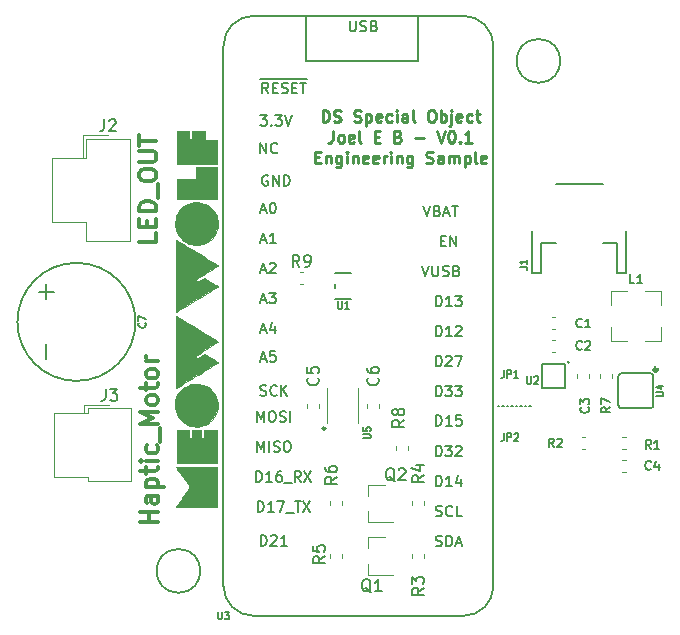
<source format=gbr>
G04 #@! TF.GenerationSoftware,KiCad,Pcbnew,(5.0.0-3-g5ebb6b6)*
G04 #@! TF.CreationDate,2018-10-15T13:07:59-06:00*
G04 #@! TF.ProjectId,DS_Special_Object,44535F5370656369616C5F4F626A6563,rev?*
G04 #@! TF.SameCoordinates,Original*
G04 #@! TF.FileFunction,Legend,Top*
G04 #@! TF.FilePolarity,Positive*
%FSLAX46Y46*%
G04 Gerber Fmt 4.6, Leading zero omitted, Abs format (unit mm)*
G04 Created by KiCad (PCBNEW (5.0.0-3-g5ebb6b6)) date Monday, October 15, 2018 at 01:07:59 PM*
%MOMM*%
%LPD*%
G01*
G04 APERTURE LIST*
%ADD10C,0.200000*%
%ADD11C,0.300000*%
%ADD12C,0.250000*%
%ADD13C,0.120000*%
%ADD14C,0.203200*%
%ADD15C,0.010000*%
%ADD16C,0.177800*%
%ADD17C,0.127000*%
%ADD18C,0.150000*%
%ADD19C,0.152400*%
%ADD20C,0.355600*%
%ADD21C,0.254000*%
%ADD22C,0.099060*%
G04 APERTURE END LIST*
D10*
X58547000Y-173609000D02*
X58674000Y-173609000D01*
X58166000Y-173609000D02*
X58293000Y-173609000D01*
X57785000Y-173609000D02*
X57912000Y-173609000D01*
X57404000Y-173609000D02*
X57531000Y-173609000D01*
X57023000Y-173609000D02*
X57150000Y-173609000D01*
X56642000Y-173609000D02*
X56769000Y-173609000D01*
X56261000Y-173609000D02*
X56388000Y-173609000D01*
X55880000Y-173609000D02*
X56007000Y-173609000D01*
D11*
X26967571Y-158999571D02*
X26967571Y-159713857D01*
X25467571Y-159713857D01*
X26181857Y-158499571D02*
X26181857Y-157999571D01*
X26967571Y-157785285D02*
X26967571Y-158499571D01*
X25467571Y-158499571D01*
X25467571Y-157785285D01*
X26967571Y-157142428D02*
X25467571Y-157142428D01*
X25467571Y-156785285D01*
X25539000Y-156571000D01*
X25681857Y-156428142D01*
X25824714Y-156356714D01*
X26110428Y-156285285D01*
X26324714Y-156285285D01*
X26610428Y-156356714D01*
X26753285Y-156428142D01*
X26896142Y-156571000D01*
X26967571Y-156785285D01*
X26967571Y-157142428D01*
X27110428Y-155999571D02*
X27110428Y-154856714D01*
X25467571Y-154213857D02*
X25467571Y-153928142D01*
X25539000Y-153785285D01*
X25681857Y-153642428D01*
X25967571Y-153571000D01*
X26467571Y-153571000D01*
X26753285Y-153642428D01*
X26896142Y-153785285D01*
X26967571Y-153928142D01*
X26967571Y-154213857D01*
X26896142Y-154356714D01*
X26753285Y-154499571D01*
X26467571Y-154571000D01*
X25967571Y-154571000D01*
X25681857Y-154499571D01*
X25539000Y-154356714D01*
X25467571Y-154213857D01*
X25467571Y-152928142D02*
X26681857Y-152928142D01*
X26824714Y-152856714D01*
X26896142Y-152785285D01*
X26967571Y-152642428D01*
X26967571Y-152356714D01*
X26896142Y-152213857D01*
X26824714Y-152142428D01*
X26681857Y-152071000D01*
X25467571Y-152071000D01*
X25467571Y-151571000D02*
X25467571Y-150713857D01*
X26967571Y-151142428D02*
X25467571Y-151142428D01*
X27094571Y-183422857D02*
X25594571Y-183422857D01*
X26308857Y-183422857D02*
X26308857Y-182565714D01*
X27094571Y-182565714D02*
X25594571Y-182565714D01*
X27094571Y-181208571D02*
X26308857Y-181208571D01*
X26166000Y-181280000D01*
X26094571Y-181422857D01*
X26094571Y-181708571D01*
X26166000Y-181851428D01*
X27023142Y-181208571D02*
X27094571Y-181351428D01*
X27094571Y-181708571D01*
X27023142Y-181851428D01*
X26880285Y-181922857D01*
X26737428Y-181922857D01*
X26594571Y-181851428D01*
X26523142Y-181708571D01*
X26523142Y-181351428D01*
X26451714Y-181208571D01*
X26094571Y-180494285D02*
X27594571Y-180494285D01*
X26166000Y-180494285D02*
X26094571Y-180351428D01*
X26094571Y-180065714D01*
X26166000Y-179922857D01*
X26237428Y-179851428D01*
X26380285Y-179780000D01*
X26808857Y-179780000D01*
X26951714Y-179851428D01*
X27023142Y-179922857D01*
X27094571Y-180065714D01*
X27094571Y-180351428D01*
X27023142Y-180494285D01*
X26094571Y-179351428D02*
X26094571Y-178780000D01*
X25594571Y-179137142D02*
X26880285Y-179137142D01*
X27023142Y-179065714D01*
X27094571Y-178922857D01*
X27094571Y-178780000D01*
X27094571Y-178280000D02*
X26094571Y-178280000D01*
X25594571Y-178280000D02*
X25666000Y-178351428D01*
X25737428Y-178280000D01*
X25666000Y-178208571D01*
X25594571Y-178280000D01*
X25737428Y-178280000D01*
X27023142Y-176922857D02*
X27094571Y-177065714D01*
X27094571Y-177351428D01*
X27023142Y-177494285D01*
X26951714Y-177565714D01*
X26808857Y-177637142D01*
X26380285Y-177637142D01*
X26237428Y-177565714D01*
X26166000Y-177494285D01*
X26094571Y-177351428D01*
X26094571Y-177065714D01*
X26166000Y-176922857D01*
X27237428Y-176637142D02*
X27237428Y-175494285D01*
X27094571Y-175137142D02*
X25594571Y-175137142D01*
X26666000Y-174637142D01*
X25594571Y-174137142D01*
X27094571Y-174137142D01*
X27094571Y-173208571D02*
X27023142Y-173351428D01*
X26951714Y-173422857D01*
X26808857Y-173494285D01*
X26380285Y-173494285D01*
X26237428Y-173422857D01*
X26166000Y-173351428D01*
X26094571Y-173208571D01*
X26094571Y-172994285D01*
X26166000Y-172851428D01*
X26237428Y-172780000D01*
X26380285Y-172708571D01*
X26808857Y-172708571D01*
X26951714Y-172780000D01*
X27023142Y-172851428D01*
X27094571Y-172994285D01*
X27094571Y-173208571D01*
X26094571Y-172280000D02*
X26094571Y-171708571D01*
X25594571Y-172065714D02*
X26880285Y-172065714D01*
X27023142Y-171994285D01*
X27094571Y-171851428D01*
X27094571Y-171708571D01*
X27094571Y-170994285D02*
X27023142Y-171137142D01*
X26951714Y-171208571D01*
X26808857Y-171280000D01*
X26380285Y-171280000D01*
X26237428Y-171208571D01*
X26166000Y-171137142D01*
X26094571Y-170994285D01*
X26094571Y-170780000D01*
X26166000Y-170637142D01*
X26237428Y-170565714D01*
X26380285Y-170494285D01*
X26808857Y-170494285D01*
X26951714Y-170565714D01*
X27023142Y-170637142D01*
X27094571Y-170780000D01*
X27094571Y-170994285D01*
X27094571Y-169851428D02*
X26094571Y-169851428D01*
X26380285Y-169851428D02*
X26237428Y-169780000D01*
X26166000Y-169708571D01*
X26094571Y-169565714D01*
X26094571Y-169422857D01*
D12*
X41029761Y-149578380D02*
X41029761Y-148578380D01*
X41267857Y-148578380D01*
X41410714Y-148626000D01*
X41505952Y-148721238D01*
X41553571Y-148816476D01*
X41601190Y-149006952D01*
X41601190Y-149149809D01*
X41553571Y-149340285D01*
X41505952Y-149435523D01*
X41410714Y-149530761D01*
X41267857Y-149578380D01*
X41029761Y-149578380D01*
X41982142Y-149530761D02*
X42125000Y-149578380D01*
X42363095Y-149578380D01*
X42458333Y-149530761D01*
X42505952Y-149483142D01*
X42553571Y-149387904D01*
X42553571Y-149292666D01*
X42505952Y-149197428D01*
X42458333Y-149149809D01*
X42363095Y-149102190D01*
X42172619Y-149054571D01*
X42077380Y-149006952D01*
X42029761Y-148959333D01*
X41982142Y-148864095D01*
X41982142Y-148768857D01*
X42029761Y-148673619D01*
X42077380Y-148626000D01*
X42172619Y-148578380D01*
X42410714Y-148578380D01*
X42553571Y-148626000D01*
X43696428Y-149530761D02*
X43839285Y-149578380D01*
X44077380Y-149578380D01*
X44172619Y-149530761D01*
X44220238Y-149483142D01*
X44267857Y-149387904D01*
X44267857Y-149292666D01*
X44220238Y-149197428D01*
X44172619Y-149149809D01*
X44077380Y-149102190D01*
X43886904Y-149054571D01*
X43791666Y-149006952D01*
X43744047Y-148959333D01*
X43696428Y-148864095D01*
X43696428Y-148768857D01*
X43744047Y-148673619D01*
X43791666Y-148626000D01*
X43886904Y-148578380D01*
X44125000Y-148578380D01*
X44267857Y-148626000D01*
X44696428Y-148911714D02*
X44696428Y-149911714D01*
X44696428Y-148959333D02*
X44791666Y-148911714D01*
X44982142Y-148911714D01*
X45077380Y-148959333D01*
X45125000Y-149006952D01*
X45172619Y-149102190D01*
X45172619Y-149387904D01*
X45125000Y-149483142D01*
X45077380Y-149530761D01*
X44982142Y-149578380D01*
X44791666Y-149578380D01*
X44696428Y-149530761D01*
X45982142Y-149530761D02*
X45886904Y-149578380D01*
X45696428Y-149578380D01*
X45601190Y-149530761D01*
X45553571Y-149435523D01*
X45553571Y-149054571D01*
X45601190Y-148959333D01*
X45696428Y-148911714D01*
X45886904Y-148911714D01*
X45982142Y-148959333D01*
X46029761Y-149054571D01*
X46029761Y-149149809D01*
X45553571Y-149245047D01*
X46886904Y-149530761D02*
X46791666Y-149578380D01*
X46601190Y-149578380D01*
X46505952Y-149530761D01*
X46458333Y-149483142D01*
X46410714Y-149387904D01*
X46410714Y-149102190D01*
X46458333Y-149006952D01*
X46505952Y-148959333D01*
X46601190Y-148911714D01*
X46791666Y-148911714D01*
X46886904Y-148959333D01*
X47315476Y-149578380D02*
X47315476Y-148911714D01*
X47315476Y-148578380D02*
X47267857Y-148626000D01*
X47315476Y-148673619D01*
X47363095Y-148626000D01*
X47315476Y-148578380D01*
X47315476Y-148673619D01*
X48220238Y-149578380D02*
X48220238Y-149054571D01*
X48172619Y-148959333D01*
X48077380Y-148911714D01*
X47886904Y-148911714D01*
X47791666Y-148959333D01*
X48220238Y-149530761D02*
X48125000Y-149578380D01*
X47886904Y-149578380D01*
X47791666Y-149530761D01*
X47744047Y-149435523D01*
X47744047Y-149340285D01*
X47791666Y-149245047D01*
X47886904Y-149197428D01*
X48125000Y-149197428D01*
X48220238Y-149149809D01*
X48839285Y-149578380D02*
X48744047Y-149530761D01*
X48696428Y-149435523D01*
X48696428Y-148578380D01*
X50172619Y-148578380D02*
X50363095Y-148578380D01*
X50458333Y-148626000D01*
X50553571Y-148721238D01*
X50601190Y-148911714D01*
X50601190Y-149245047D01*
X50553571Y-149435523D01*
X50458333Y-149530761D01*
X50363095Y-149578380D01*
X50172619Y-149578380D01*
X50077380Y-149530761D01*
X49982142Y-149435523D01*
X49934523Y-149245047D01*
X49934523Y-148911714D01*
X49982142Y-148721238D01*
X50077380Y-148626000D01*
X50172619Y-148578380D01*
X51029761Y-149578380D02*
X51029761Y-148578380D01*
X51029761Y-148959333D02*
X51125000Y-148911714D01*
X51315476Y-148911714D01*
X51410714Y-148959333D01*
X51458333Y-149006952D01*
X51505952Y-149102190D01*
X51505952Y-149387904D01*
X51458333Y-149483142D01*
X51410714Y-149530761D01*
X51315476Y-149578380D01*
X51125000Y-149578380D01*
X51029761Y-149530761D01*
X51934523Y-148911714D02*
X51934523Y-149768857D01*
X51886904Y-149864095D01*
X51791666Y-149911714D01*
X51744047Y-149911714D01*
X51934523Y-148578380D02*
X51886904Y-148626000D01*
X51934523Y-148673619D01*
X51982142Y-148626000D01*
X51934523Y-148578380D01*
X51934523Y-148673619D01*
X52791666Y-149530761D02*
X52696428Y-149578380D01*
X52505952Y-149578380D01*
X52410714Y-149530761D01*
X52363095Y-149435523D01*
X52363095Y-149054571D01*
X52410714Y-148959333D01*
X52505952Y-148911714D01*
X52696428Y-148911714D01*
X52791666Y-148959333D01*
X52839285Y-149054571D01*
X52839285Y-149149809D01*
X52363095Y-149245047D01*
X53696428Y-149530761D02*
X53601190Y-149578380D01*
X53410714Y-149578380D01*
X53315476Y-149530761D01*
X53267857Y-149483142D01*
X53220238Y-149387904D01*
X53220238Y-149102190D01*
X53267857Y-149006952D01*
X53315476Y-148959333D01*
X53410714Y-148911714D01*
X53601190Y-148911714D01*
X53696428Y-148959333D01*
X53982142Y-148911714D02*
X54363095Y-148911714D01*
X54124999Y-148578380D02*
X54124999Y-149435523D01*
X54172619Y-149530761D01*
X54267857Y-149578380D01*
X54363095Y-149578380D01*
X41910714Y-150328380D02*
X41910714Y-151042666D01*
X41863095Y-151185523D01*
X41767857Y-151280761D01*
X41625000Y-151328380D01*
X41529761Y-151328380D01*
X42529761Y-151328380D02*
X42434523Y-151280761D01*
X42386904Y-151233142D01*
X42339285Y-151137904D01*
X42339285Y-150852190D01*
X42386904Y-150756952D01*
X42434523Y-150709333D01*
X42529761Y-150661714D01*
X42672619Y-150661714D01*
X42767857Y-150709333D01*
X42815476Y-150756952D01*
X42863095Y-150852190D01*
X42863095Y-151137904D01*
X42815476Y-151233142D01*
X42767857Y-151280761D01*
X42672619Y-151328380D01*
X42529761Y-151328380D01*
X43672619Y-151280761D02*
X43577380Y-151328380D01*
X43386904Y-151328380D01*
X43291666Y-151280761D01*
X43244047Y-151185523D01*
X43244047Y-150804571D01*
X43291666Y-150709333D01*
X43386904Y-150661714D01*
X43577380Y-150661714D01*
X43672619Y-150709333D01*
X43720238Y-150804571D01*
X43720238Y-150899809D01*
X43244047Y-150995047D01*
X44291666Y-151328380D02*
X44196428Y-151280761D01*
X44148809Y-151185523D01*
X44148809Y-150328380D01*
X45434523Y-150804571D02*
X45767857Y-150804571D01*
X45910714Y-151328380D02*
X45434523Y-151328380D01*
X45434523Y-150328380D01*
X45910714Y-150328380D01*
X47434523Y-150804571D02*
X47577380Y-150852190D01*
X47625000Y-150899809D01*
X47672619Y-150995047D01*
X47672619Y-151137904D01*
X47625000Y-151233142D01*
X47577380Y-151280761D01*
X47482142Y-151328380D01*
X47101190Y-151328380D01*
X47101190Y-150328380D01*
X47434523Y-150328380D01*
X47529761Y-150376000D01*
X47577380Y-150423619D01*
X47625000Y-150518857D01*
X47625000Y-150614095D01*
X47577380Y-150709333D01*
X47529761Y-150756952D01*
X47434523Y-150804571D01*
X47101190Y-150804571D01*
X48863095Y-150947428D02*
X49625000Y-150947428D01*
X50720238Y-150328380D02*
X51053571Y-151328380D01*
X51386904Y-150328380D01*
X51910714Y-150328380D02*
X52005952Y-150328380D01*
X52101190Y-150376000D01*
X52148809Y-150423619D01*
X52196428Y-150518857D01*
X52244047Y-150709333D01*
X52244047Y-150947428D01*
X52196428Y-151137904D01*
X52148809Y-151233142D01*
X52101190Y-151280761D01*
X52005952Y-151328380D01*
X51910714Y-151328380D01*
X51815476Y-151280761D01*
X51767857Y-151233142D01*
X51720238Y-151137904D01*
X51672619Y-150947428D01*
X51672619Y-150709333D01*
X51720238Y-150518857D01*
X51767857Y-150423619D01*
X51815476Y-150376000D01*
X51910714Y-150328380D01*
X52672619Y-151233142D02*
X52720238Y-151280761D01*
X52672619Y-151328380D01*
X52625000Y-151280761D01*
X52672619Y-151233142D01*
X52672619Y-151328380D01*
X53672619Y-151328380D02*
X53101190Y-151328380D01*
X53386904Y-151328380D02*
X53386904Y-150328380D01*
X53291666Y-150471238D01*
X53196428Y-150566476D01*
X53101190Y-150614095D01*
X40386904Y-152554571D02*
X40720238Y-152554571D01*
X40863095Y-153078380D02*
X40386904Y-153078380D01*
X40386904Y-152078380D01*
X40863095Y-152078380D01*
X41291666Y-152411714D02*
X41291666Y-153078380D01*
X41291666Y-152506952D02*
X41339285Y-152459333D01*
X41434523Y-152411714D01*
X41577380Y-152411714D01*
X41672619Y-152459333D01*
X41720238Y-152554571D01*
X41720238Y-153078380D01*
X42625000Y-152411714D02*
X42625000Y-153221238D01*
X42577380Y-153316476D01*
X42529761Y-153364095D01*
X42434523Y-153411714D01*
X42291666Y-153411714D01*
X42196428Y-153364095D01*
X42625000Y-153030761D02*
X42529761Y-153078380D01*
X42339285Y-153078380D01*
X42244047Y-153030761D01*
X42196428Y-152983142D01*
X42148809Y-152887904D01*
X42148809Y-152602190D01*
X42196428Y-152506952D01*
X42244047Y-152459333D01*
X42339285Y-152411714D01*
X42529761Y-152411714D01*
X42625000Y-152459333D01*
X43101190Y-153078380D02*
X43101190Y-152411714D01*
X43101190Y-152078380D02*
X43053571Y-152126000D01*
X43101190Y-152173619D01*
X43148809Y-152126000D01*
X43101190Y-152078380D01*
X43101190Y-152173619D01*
X43577380Y-152411714D02*
X43577380Y-153078380D01*
X43577380Y-152506952D02*
X43625000Y-152459333D01*
X43720238Y-152411714D01*
X43863095Y-152411714D01*
X43958333Y-152459333D01*
X44005952Y-152554571D01*
X44005952Y-153078380D01*
X44863095Y-153030761D02*
X44767857Y-153078380D01*
X44577380Y-153078380D01*
X44482142Y-153030761D01*
X44434523Y-152935523D01*
X44434523Y-152554571D01*
X44482142Y-152459333D01*
X44577380Y-152411714D01*
X44767857Y-152411714D01*
X44863095Y-152459333D01*
X44910714Y-152554571D01*
X44910714Y-152649809D01*
X44434523Y-152745047D01*
X45720238Y-153030761D02*
X45625000Y-153078380D01*
X45434523Y-153078380D01*
X45339285Y-153030761D01*
X45291666Y-152935523D01*
X45291666Y-152554571D01*
X45339285Y-152459333D01*
X45434523Y-152411714D01*
X45625000Y-152411714D01*
X45720238Y-152459333D01*
X45767857Y-152554571D01*
X45767857Y-152649809D01*
X45291666Y-152745047D01*
X46196428Y-153078380D02*
X46196428Y-152411714D01*
X46196428Y-152602190D02*
X46244047Y-152506952D01*
X46291666Y-152459333D01*
X46386904Y-152411714D01*
X46482142Y-152411714D01*
X46815476Y-153078380D02*
X46815476Y-152411714D01*
X46815476Y-152078380D02*
X46767857Y-152126000D01*
X46815476Y-152173619D01*
X46863095Y-152126000D01*
X46815476Y-152078380D01*
X46815476Y-152173619D01*
X47291666Y-152411714D02*
X47291666Y-153078380D01*
X47291666Y-152506952D02*
X47339285Y-152459333D01*
X47434523Y-152411714D01*
X47577380Y-152411714D01*
X47672619Y-152459333D01*
X47720238Y-152554571D01*
X47720238Y-153078380D01*
X48625000Y-152411714D02*
X48625000Y-153221238D01*
X48577380Y-153316476D01*
X48529761Y-153364095D01*
X48434523Y-153411714D01*
X48291666Y-153411714D01*
X48196428Y-153364095D01*
X48625000Y-153030761D02*
X48529761Y-153078380D01*
X48339285Y-153078380D01*
X48244047Y-153030761D01*
X48196428Y-152983142D01*
X48148809Y-152887904D01*
X48148809Y-152602190D01*
X48196428Y-152506952D01*
X48244047Y-152459333D01*
X48339285Y-152411714D01*
X48529761Y-152411714D01*
X48625000Y-152459333D01*
X49815476Y-153030761D02*
X49958333Y-153078380D01*
X50196428Y-153078380D01*
X50291666Y-153030761D01*
X50339285Y-152983142D01*
X50386904Y-152887904D01*
X50386904Y-152792666D01*
X50339285Y-152697428D01*
X50291666Y-152649809D01*
X50196428Y-152602190D01*
X50005952Y-152554571D01*
X49910714Y-152506952D01*
X49863095Y-152459333D01*
X49815476Y-152364095D01*
X49815476Y-152268857D01*
X49863095Y-152173619D01*
X49910714Y-152126000D01*
X50005952Y-152078380D01*
X50244047Y-152078380D01*
X50386904Y-152126000D01*
X51244047Y-153078380D02*
X51244047Y-152554571D01*
X51196428Y-152459333D01*
X51101190Y-152411714D01*
X50910714Y-152411714D01*
X50815476Y-152459333D01*
X51244047Y-153030761D02*
X51148809Y-153078380D01*
X50910714Y-153078380D01*
X50815476Y-153030761D01*
X50767857Y-152935523D01*
X50767857Y-152840285D01*
X50815476Y-152745047D01*
X50910714Y-152697428D01*
X51148809Y-152697428D01*
X51244047Y-152649809D01*
X51720238Y-153078380D02*
X51720238Y-152411714D01*
X51720238Y-152506952D02*
X51767857Y-152459333D01*
X51863095Y-152411714D01*
X52005952Y-152411714D01*
X52101190Y-152459333D01*
X52148809Y-152554571D01*
X52148809Y-153078380D01*
X52148809Y-152554571D02*
X52196428Y-152459333D01*
X52291666Y-152411714D01*
X52434523Y-152411714D01*
X52529761Y-152459333D01*
X52577380Y-152554571D01*
X52577380Y-153078380D01*
X53053571Y-152411714D02*
X53053571Y-153411714D01*
X53053571Y-152459333D02*
X53148809Y-152411714D01*
X53339285Y-152411714D01*
X53434523Y-152459333D01*
X53482142Y-152506952D01*
X53529761Y-152602190D01*
X53529761Y-152887904D01*
X53482142Y-152983142D01*
X53434523Y-153030761D01*
X53339285Y-153078380D01*
X53148809Y-153078380D01*
X53053571Y-153030761D01*
X54101190Y-153078380D02*
X54005952Y-153030761D01*
X53958333Y-152935523D01*
X53958333Y-152078380D01*
X54863095Y-153030761D02*
X54767857Y-153078380D01*
X54577380Y-153078380D01*
X54482142Y-153030761D01*
X54434523Y-152935523D01*
X54434523Y-152554571D01*
X54482142Y-152459333D01*
X54577380Y-152411714D01*
X54767857Y-152411714D01*
X54863095Y-152459333D01*
X54910714Y-152554571D01*
X54910714Y-152649809D01*
X54434523Y-152745047D01*
D13*
G04 #@! TO.C,L1*
X65434300Y-168115300D02*
X66834300Y-168115300D01*
X69704300Y-168115300D02*
X68304300Y-168115300D01*
X65434300Y-168115300D02*
X65434300Y-166915300D01*
X69704300Y-168115300D02*
X69704300Y-166915300D01*
X69694300Y-163865300D02*
X69694300Y-165065300D01*
X69694300Y-163865300D02*
X68294300Y-163865300D01*
X65434300Y-163855300D02*
X66834300Y-163855300D01*
X65434300Y-163855300D02*
X65434300Y-165055300D01*
G04 #@! TO.C,C1*
X60416221Y-167134000D02*
X60741779Y-167134000D01*
X60416221Y-166114000D02*
X60741779Y-166114000D01*
G04 #@! TO.C,C2*
X60416221Y-169039000D02*
X60741779Y-169039000D01*
X60416221Y-168019000D02*
X60741779Y-168019000D01*
G04 #@! TO.C,R1*
X66685279Y-176274000D02*
X66359721Y-176274000D01*
X66685279Y-177294000D02*
X66359721Y-177294000D01*
G04 #@! TO.C,R2*
X63281779Y-177294000D02*
X62956221Y-177294000D01*
X63281779Y-176274000D02*
X62956221Y-176274000D01*
G04 #@! TO.C,J2*
X20710000Y-150691000D02*
X20710000Y-152611000D01*
X22860000Y-150691000D02*
X20710000Y-150691000D01*
X18150000Y-158031000D02*
X18150000Y-155321000D01*
X21010000Y-158031000D02*
X18150000Y-158031000D01*
X21010000Y-159651000D02*
X21010000Y-158031000D01*
X24710000Y-159651000D02*
X21010000Y-159651000D01*
X24710000Y-155321000D02*
X24710000Y-159651000D01*
X18150000Y-152611000D02*
X18150000Y-155321000D01*
X21010000Y-152611000D02*
X18150000Y-152611000D01*
X21010000Y-150991000D02*
X21010000Y-152611000D01*
X24710000Y-150991000D02*
X21010000Y-150991000D01*
X24710000Y-155321000D02*
X24710000Y-150991000D01*
G04 #@! TO.C,J3*
X24837000Y-176891000D02*
X24837000Y-173811000D01*
X24837000Y-173811000D02*
X21137000Y-173811000D01*
X21137000Y-173811000D02*
X21137000Y-174181000D01*
X21137000Y-174181000D02*
X18277000Y-174181000D01*
X18277000Y-174181000D02*
X18277000Y-176891000D01*
X24837000Y-176891000D02*
X24837000Y-179971000D01*
X24837000Y-179971000D02*
X21137000Y-179971000D01*
X21137000Y-179971000D02*
X21137000Y-179601000D01*
X21137000Y-179601000D02*
X18277000Y-179601000D01*
X18277000Y-179601000D02*
X18277000Y-176891000D01*
X22987000Y-173511000D02*
X20837000Y-173511000D01*
X20837000Y-173511000D02*
X20837000Y-174181000D01*
D14*
G04 #@! TO.C,H1*
X59309000Y-146253200D02*
G75*
G03X59309000Y-142544800I0J1854200D01*
G01*
X59309000Y-142544800D02*
G75*
G03X59309000Y-146253200I0J-1854200D01*
G01*
X59309000Y-146253200D02*
G75*
G03X59309000Y-142544800I0J1854200D01*
G01*
X59309000Y-142544800D02*
G75*
G03X59309000Y-146253200I0J-1854200D01*
G01*
G04 #@! TO.C,H3*
X28829000Y-189433200D02*
G75*
G03X28829000Y-185724800I0J1854200D01*
G01*
X28829000Y-185724800D02*
G75*
G03X28829000Y-189433200I0J-1854200D01*
G01*
X28829000Y-189433200D02*
G75*
G03X28829000Y-185724800I0J1854200D01*
G01*
X28829000Y-185724800D02*
G75*
G03X28829000Y-189433200I0J-1854200D01*
G01*
D15*
G04 #@! TO.C,LOGO1*
G36*
X28577054Y-173202040D02*
X28647470Y-172905579D01*
X28739713Y-172672573D01*
X28898042Y-172417703D01*
X29101474Y-172200523D01*
X29342254Y-172023250D01*
X29612628Y-171888100D01*
X29904839Y-171797287D01*
X30211134Y-171753028D01*
X30523757Y-171757539D01*
X30834954Y-171813033D01*
X31136969Y-171921729D01*
X31221656Y-171963480D01*
X31478967Y-172132932D01*
X31707723Y-172351174D01*
X31898749Y-172606355D01*
X32042869Y-172886629D01*
X32118350Y-173121470D01*
X32151053Y-173326104D01*
X32162819Y-173555647D01*
X32153691Y-173783192D01*
X32123714Y-173981830D01*
X32116910Y-174009416D01*
X32012855Y-174294510D01*
X31858922Y-174566496D01*
X31665279Y-174811533D01*
X31442093Y-175015780D01*
X31312385Y-175104534D01*
X31014571Y-175250221D01*
X30706107Y-175337264D01*
X30393782Y-175368237D01*
X30084386Y-175345714D01*
X29784707Y-175272268D01*
X29501535Y-175150472D01*
X29241658Y-174982901D01*
X29011866Y-174772129D01*
X28818946Y-174520728D01*
X28669689Y-174231273D01*
X28616459Y-174082515D01*
X28559938Y-173808937D01*
X28547340Y-173509302D01*
X28577054Y-173202040D01*
X28577054Y-173202040D01*
G37*
X28577054Y-173202040D02*
X28647470Y-172905579D01*
X28739713Y-172672573D01*
X28898042Y-172417703D01*
X29101474Y-172200523D01*
X29342254Y-172023250D01*
X29612628Y-171888100D01*
X29904839Y-171797287D01*
X30211134Y-171753028D01*
X30523757Y-171757539D01*
X30834954Y-171813033D01*
X31136969Y-171921729D01*
X31221656Y-171963480D01*
X31478967Y-172132932D01*
X31707723Y-172351174D01*
X31898749Y-172606355D01*
X32042869Y-172886629D01*
X32118350Y-173121470D01*
X32151053Y-173326104D01*
X32162819Y-173555647D01*
X32153691Y-173783192D01*
X32123714Y-173981830D01*
X32116910Y-174009416D01*
X32012855Y-174294510D01*
X31858922Y-174566496D01*
X31665279Y-174811533D01*
X31442093Y-175015780D01*
X31312385Y-175104534D01*
X31014571Y-175250221D01*
X30706107Y-175337264D01*
X30393782Y-175368237D01*
X30084386Y-175345714D01*
X29784707Y-175272268D01*
X29501535Y-175150472D01*
X29241658Y-174982901D01*
X29011866Y-174772129D01*
X28818946Y-174520728D01*
X28669689Y-174231273D01*
X28616459Y-174082515D01*
X28559938Y-173808937D01*
X28547340Y-173509302D01*
X28577054Y-173202040D01*
G36*
X28634398Y-168628454D02*
X28634963Y-168212844D01*
X28635871Y-167820098D01*
X28637096Y-167454574D01*
X28638610Y-167120631D01*
X28640385Y-166822629D01*
X28642395Y-166564925D01*
X28644612Y-166351879D01*
X28647009Y-166187849D01*
X28649559Y-166077194D01*
X28652234Y-166024272D01*
X28653221Y-166020193D01*
X28683639Y-166036276D01*
X28762711Y-166082254D01*
X28884840Y-166154717D01*
X29044425Y-166250257D01*
X29235869Y-166365463D01*
X29453574Y-166496927D01*
X29691940Y-166641239D01*
X29945370Y-166794991D01*
X30208265Y-166954773D01*
X30475026Y-167117176D01*
X30740056Y-167278790D01*
X30997754Y-167436208D01*
X31242524Y-167586018D01*
X31468767Y-167724813D01*
X31670883Y-167849183D01*
X31843275Y-167955719D01*
X31980344Y-168041011D01*
X32076492Y-168101651D01*
X32126120Y-168134229D01*
X32131176Y-168138090D01*
X32153763Y-168172830D01*
X32127450Y-168206368D01*
X32099347Y-168225043D01*
X32048103Y-168257400D01*
X31953920Y-168317389D01*
X31827413Y-168398227D01*
X31679200Y-168493134D01*
X31562524Y-168567963D01*
X31369639Y-168691482D01*
X31156621Y-168827453D01*
X30945520Y-168961827D01*
X30758389Y-169080555D01*
X30704147Y-169114859D01*
X30563642Y-169203907D01*
X30443321Y-169280707D01*
X30352967Y-169338972D01*
X30302363Y-169372416D01*
X30295192Y-169377667D01*
X30302293Y-169408981D01*
X30336954Y-169463177D01*
X30382092Y-169517756D01*
X30420625Y-169550217D01*
X30427772Y-169552275D01*
X30464701Y-169537415D01*
X30543773Y-169496407D01*
X30652577Y-169435911D01*
X30753319Y-169377587D01*
X31051840Y-169201898D01*
X31608804Y-169560607D01*
X31775270Y-169668760D01*
X31921957Y-169765864D01*
X32040954Y-169846533D01*
X32124348Y-169905379D01*
X32164230Y-169937018D01*
X32166527Y-169940335D01*
X32140211Y-169960111D01*
X32064027Y-170010085D01*
X31942529Y-170087427D01*
X31780268Y-170189304D01*
X31581795Y-170312885D01*
X31351665Y-170455338D01*
X31094427Y-170613832D01*
X30814636Y-170785535D01*
X30516842Y-170967614D01*
X30426802Y-171022541D01*
X30123905Y-171207139D01*
X29836941Y-171381871D01*
X29570548Y-171543923D01*
X29329361Y-171690484D01*
X29118015Y-171818740D01*
X28941146Y-171925879D01*
X28803389Y-172009089D01*
X28709380Y-172065557D01*
X28663755Y-172092471D01*
X28660261Y-172094336D01*
X28656544Y-172064770D01*
X28652986Y-171975884D01*
X28649623Y-171832015D01*
X28646493Y-171637503D01*
X28643634Y-171396685D01*
X28641082Y-171113901D01*
X28638874Y-170793489D01*
X28637049Y-170439786D01*
X28635643Y-170057133D01*
X28634694Y-169649866D01*
X28634239Y-169222325D01*
X28634203Y-169062569D01*
X28634398Y-168628454D01*
X28634398Y-168628454D01*
G37*
X28634398Y-168628454D02*
X28634963Y-168212844D01*
X28635871Y-167820098D01*
X28637096Y-167454574D01*
X28638610Y-167120631D01*
X28640385Y-166822629D01*
X28642395Y-166564925D01*
X28644612Y-166351879D01*
X28647009Y-166187849D01*
X28649559Y-166077194D01*
X28652234Y-166024272D01*
X28653221Y-166020193D01*
X28683639Y-166036276D01*
X28762711Y-166082254D01*
X28884840Y-166154717D01*
X29044425Y-166250257D01*
X29235869Y-166365463D01*
X29453574Y-166496927D01*
X29691940Y-166641239D01*
X29945370Y-166794991D01*
X30208265Y-166954773D01*
X30475026Y-167117176D01*
X30740056Y-167278790D01*
X30997754Y-167436208D01*
X31242524Y-167586018D01*
X31468767Y-167724813D01*
X31670883Y-167849183D01*
X31843275Y-167955719D01*
X31980344Y-168041011D01*
X32076492Y-168101651D01*
X32126120Y-168134229D01*
X32131176Y-168138090D01*
X32153763Y-168172830D01*
X32127450Y-168206368D01*
X32099347Y-168225043D01*
X32048103Y-168257400D01*
X31953920Y-168317389D01*
X31827413Y-168398227D01*
X31679200Y-168493134D01*
X31562524Y-168567963D01*
X31369639Y-168691482D01*
X31156621Y-168827453D01*
X30945520Y-168961827D01*
X30758389Y-169080555D01*
X30704147Y-169114859D01*
X30563642Y-169203907D01*
X30443321Y-169280707D01*
X30352967Y-169338972D01*
X30302363Y-169372416D01*
X30295192Y-169377667D01*
X30302293Y-169408981D01*
X30336954Y-169463177D01*
X30382092Y-169517756D01*
X30420625Y-169550217D01*
X30427772Y-169552275D01*
X30464701Y-169537415D01*
X30543773Y-169496407D01*
X30652577Y-169435911D01*
X30753319Y-169377587D01*
X31051840Y-169201898D01*
X31608804Y-169560607D01*
X31775270Y-169668760D01*
X31921957Y-169765864D01*
X32040954Y-169846533D01*
X32124348Y-169905379D01*
X32164230Y-169937018D01*
X32166527Y-169940335D01*
X32140211Y-169960111D01*
X32064027Y-170010085D01*
X31942529Y-170087427D01*
X31780268Y-170189304D01*
X31581795Y-170312885D01*
X31351665Y-170455338D01*
X31094427Y-170613832D01*
X30814636Y-170785535D01*
X30516842Y-170967614D01*
X30426802Y-171022541D01*
X30123905Y-171207139D01*
X29836941Y-171381871D01*
X29570548Y-171543923D01*
X29329361Y-171690484D01*
X29118015Y-171818740D01*
X28941146Y-171925879D01*
X28803389Y-172009089D01*
X28709380Y-172065557D01*
X28663755Y-172092471D01*
X28660261Y-172094336D01*
X28656544Y-172064770D01*
X28652986Y-171975884D01*
X28649623Y-171832015D01*
X28646493Y-171637503D01*
X28643634Y-171396685D01*
X28641082Y-171113901D01*
X28638874Y-170793489D01*
X28637049Y-170439786D01*
X28635643Y-170057133D01*
X28634694Y-169649866D01*
X28634239Y-169222325D01*
X28634203Y-169062569D01*
X28634398Y-168628454D01*
G36*
X28634472Y-162162019D02*
X28635254Y-161746873D01*
X28636510Y-161354761D01*
X28638204Y-160990022D01*
X28640297Y-160656994D01*
X28642752Y-160360015D01*
X28645532Y-160103425D01*
X28648598Y-159891561D01*
X28651913Y-159728762D01*
X28655440Y-159619367D01*
X28659140Y-159567713D01*
X28660522Y-159564094D01*
X28698953Y-159585131D01*
X28784902Y-159635636D01*
X28912843Y-159712213D01*
X29077251Y-159811470D01*
X29272600Y-159930011D01*
X29493364Y-160064442D01*
X29734018Y-160211370D01*
X29989036Y-160367399D01*
X30252891Y-160529137D01*
X30520060Y-160693187D01*
X30785015Y-160856157D01*
X31042232Y-161014652D01*
X31286184Y-161165278D01*
X31511346Y-161304641D01*
X31712192Y-161429346D01*
X31883197Y-161535999D01*
X32018835Y-161621206D01*
X32113580Y-161681573D01*
X32161906Y-161713706D01*
X32167041Y-161718021D01*
X32141693Y-161744648D01*
X32077404Y-161788915D01*
X32031765Y-161816212D01*
X31965980Y-161855833D01*
X31856575Y-161924071D01*
X31713251Y-162014771D01*
X31545711Y-162121777D01*
X31363659Y-162238935D01*
X31276058Y-162295614D01*
X31086766Y-162417883D01*
X30903934Y-162535201D01*
X30738169Y-162640820D01*
X30600076Y-162727995D01*
X30500261Y-162789979D01*
X30472361Y-162806843D01*
X30380169Y-162864066D01*
X30314802Y-162909139D01*
X30290486Y-162932203D01*
X30309469Y-162965403D01*
X30354533Y-163025349D01*
X30362833Y-163035587D01*
X30434036Y-163122535D01*
X30697815Y-162963970D01*
X30815728Y-162895568D01*
X30915931Y-162841990D01*
X30984271Y-162810578D01*
X31003467Y-162805406D01*
X31040837Y-162820918D01*
X31122349Y-162863462D01*
X31237721Y-162927047D01*
X31376670Y-163005684D01*
X31528914Y-163093383D01*
X31684170Y-163184154D01*
X31832155Y-163272007D01*
X31962588Y-163350952D01*
X32065185Y-163414999D01*
X32129664Y-163458159D01*
X32144378Y-163470017D01*
X32140115Y-163505141D01*
X32081129Y-163557507D01*
X32051583Y-163576942D01*
X31938884Y-163646764D01*
X31787481Y-163739888D01*
X31602953Y-163852929D01*
X31390883Y-163982501D01*
X31156852Y-164125220D01*
X30906440Y-164277699D01*
X30645230Y-164436553D01*
X30378803Y-164598396D01*
X30112739Y-164759844D01*
X29852621Y-164917510D01*
X29604029Y-165068009D01*
X29372545Y-165207955D01*
X29163750Y-165333964D01*
X28983226Y-165442649D01*
X28836553Y-165530625D01*
X28729313Y-165594506D01*
X28667088Y-165630908D01*
X28653351Y-165638238D01*
X28650619Y-165607135D01*
X28648003Y-165516731D01*
X28645532Y-165371386D01*
X28643231Y-165175458D01*
X28641129Y-164933305D01*
X28639254Y-164649288D01*
X28637632Y-164327763D01*
X28636291Y-163973090D01*
X28635258Y-163589628D01*
X28634562Y-163181735D01*
X28634229Y-162753770D01*
X28634203Y-162595861D01*
X28634472Y-162162019D01*
X28634472Y-162162019D01*
G37*
X28634472Y-162162019D02*
X28635254Y-161746873D01*
X28636510Y-161354761D01*
X28638204Y-160990022D01*
X28640297Y-160656994D01*
X28642752Y-160360015D01*
X28645532Y-160103425D01*
X28648598Y-159891561D01*
X28651913Y-159728762D01*
X28655440Y-159619367D01*
X28659140Y-159567713D01*
X28660522Y-159564094D01*
X28698953Y-159585131D01*
X28784902Y-159635636D01*
X28912843Y-159712213D01*
X29077251Y-159811470D01*
X29272600Y-159930011D01*
X29493364Y-160064442D01*
X29734018Y-160211370D01*
X29989036Y-160367399D01*
X30252891Y-160529137D01*
X30520060Y-160693187D01*
X30785015Y-160856157D01*
X31042232Y-161014652D01*
X31286184Y-161165278D01*
X31511346Y-161304641D01*
X31712192Y-161429346D01*
X31883197Y-161535999D01*
X32018835Y-161621206D01*
X32113580Y-161681573D01*
X32161906Y-161713706D01*
X32167041Y-161718021D01*
X32141693Y-161744648D01*
X32077404Y-161788915D01*
X32031765Y-161816212D01*
X31965980Y-161855833D01*
X31856575Y-161924071D01*
X31713251Y-162014771D01*
X31545711Y-162121777D01*
X31363659Y-162238935D01*
X31276058Y-162295614D01*
X31086766Y-162417883D01*
X30903934Y-162535201D01*
X30738169Y-162640820D01*
X30600076Y-162727995D01*
X30500261Y-162789979D01*
X30472361Y-162806843D01*
X30380169Y-162864066D01*
X30314802Y-162909139D01*
X30290486Y-162932203D01*
X30309469Y-162965403D01*
X30354533Y-163025349D01*
X30362833Y-163035587D01*
X30434036Y-163122535D01*
X30697815Y-162963970D01*
X30815728Y-162895568D01*
X30915931Y-162841990D01*
X30984271Y-162810578D01*
X31003467Y-162805406D01*
X31040837Y-162820918D01*
X31122349Y-162863462D01*
X31237721Y-162927047D01*
X31376670Y-163005684D01*
X31528914Y-163093383D01*
X31684170Y-163184154D01*
X31832155Y-163272007D01*
X31962588Y-163350952D01*
X32065185Y-163414999D01*
X32129664Y-163458159D01*
X32144378Y-163470017D01*
X32140115Y-163505141D01*
X32081129Y-163557507D01*
X32051583Y-163576942D01*
X31938884Y-163646764D01*
X31787481Y-163739888D01*
X31602953Y-163852929D01*
X31390883Y-163982501D01*
X31156852Y-164125220D01*
X30906440Y-164277699D01*
X30645230Y-164436553D01*
X30378803Y-164598396D01*
X30112739Y-164759844D01*
X29852621Y-164917510D01*
X29604029Y-165068009D01*
X29372545Y-165207955D01*
X29163750Y-165333964D01*
X28983226Y-165442649D01*
X28836553Y-165530625D01*
X28729313Y-165594506D01*
X28667088Y-165630908D01*
X28653351Y-165638238D01*
X28650619Y-165607135D01*
X28648003Y-165516731D01*
X28645532Y-165371386D01*
X28643231Y-165175458D01*
X28641129Y-164933305D01*
X28639254Y-164649288D01*
X28637632Y-164327763D01*
X28636291Y-163973090D01*
X28635258Y-163589628D01*
X28634562Y-163181735D01*
X28634229Y-162753770D01*
X28634203Y-162595861D01*
X28634472Y-162162019D01*
G36*
X28581423Y-157822086D02*
X28660870Y-157517816D01*
X28796414Y-157239069D01*
X28990695Y-156979434D01*
X29079817Y-156885105D01*
X29330184Y-156671227D01*
X29597546Y-156516016D01*
X29888632Y-156416766D01*
X30210174Y-156370770D01*
X30368915Y-156366740D01*
X30714255Y-156398831D01*
X31034440Y-156488093D01*
X31325224Y-156631569D01*
X31582362Y-156826303D01*
X31801606Y-157069337D01*
X31978710Y-157357714D01*
X32060460Y-157544611D01*
X32114428Y-157738482D01*
X32148076Y-157968776D01*
X32160044Y-158211148D01*
X32148974Y-158441250D01*
X32119968Y-158610852D01*
X32008784Y-158922510D01*
X31843409Y-159207476D01*
X31630254Y-159458562D01*
X31375725Y-159668581D01*
X31086231Y-159830343D01*
X31001605Y-159865312D01*
X30805555Y-159921036D01*
X30573037Y-159956954D01*
X30328645Y-159971253D01*
X30096973Y-159962119D01*
X29961324Y-159942030D01*
X29763382Y-159882331D01*
X29548558Y-159787039D01*
X29341003Y-159668848D01*
X29164866Y-159540456D01*
X29118954Y-159499167D01*
X28893203Y-159245074D01*
X28726448Y-158970491D01*
X28616826Y-158670985D01*
X28562473Y-158342123D01*
X28555434Y-158158288D01*
X28581423Y-157822086D01*
X28581423Y-157822086D01*
G37*
X28581423Y-157822086D02*
X28660870Y-157517816D01*
X28796414Y-157239069D01*
X28990695Y-156979434D01*
X29079817Y-156885105D01*
X29330184Y-156671227D01*
X29597546Y-156516016D01*
X29888632Y-156416766D01*
X30210174Y-156370770D01*
X30368915Y-156366740D01*
X30714255Y-156398831D01*
X31034440Y-156488093D01*
X31325224Y-156631569D01*
X31582362Y-156826303D01*
X31801606Y-157069337D01*
X31978710Y-157357714D01*
X32060460Y-157544611D01*
X32114428Y-157738482D01*
X32148076Y-157968776D01*
X32160044Y-158211148D01*
X32148974Y-158441250D01*
X32119968Y-158610852D01*
X32008784Y-158922510D01*
X31843409Y-159207476D01*
X31630254Y-159458562D01*
X31375725Y-159668581D01*
X31086231Y-159830343D01*
X31001605Y-159865312D01*
X30805555Y-159921036D01*
X30573037Y-159956954D01*
X30328645Y-159971253D01*
X30096973Y-159962119D01*
X29961324Y-159942030D01*
X29763382Y-159882331D01*
X29548558Y-159787039D01*
X29341003Y-159668848D01*
X29164866Y-159540456D01*
X29118954Y-159499167D01*
X28893203Y-159245074D01*
X28726448Y-158970491D01*
X28616826Y-158670985D01*
X28562473Y-158342123D01*
X28555434Y-158158288D01*
X28581423Y-157822086D01*
G36*
X28659083Y-182070255D02*
X28692854Y-182022068D01*
X28757984Y-181929348D01*
X28849183Y-181799617D01*
X28961163Y-181640397D01*
X29088636Y-181459207D01*
X29226312Y-181263569D01*
X29250097Y-181229776D01*
X29385452Y-181036807D01*
X29508045Y-180860755D01*
X29613288Y-180708311D01*
X29696594Y-180586164D01*
X29753376Y-180501006D01*
X29779046Y-180459528D01*
X29780068Y-180456832D01*
X29762375Y-180426840D01*
X29712263Y-180351408D01*
X29634182Y-180236991D01*
X29532582Y-180090044D01*
X29411912Y-179917023D01*
X29276623Y-179724382D01*
X29213008Y-179634216D01*
X29071451Y-179433658D01*
X28941277Y-179248849D01*
X28827169Y-179086467D01*
X28733810Y-178953193D01*
X28665883Y-178855702D01*
X28628071Y-178800675D01*
X28622283Y-178791809D01*
X28628677Y-178782886D01*
X28662080Y-178775318D01*
X28726633Y-178769009D01*
X28826476Y-178763863D01*
X28965749Y-178759784D01*
X29148593Y-178756676D01*
X29379148Y-178754443D01*
X29661555Y-178752988D01*
X29999955Y-178752215D01*
X30335207Y-178752022D01*
X32071797Y-178752022D01*
X32071797Y-182157786D01*
X28598039Y-182157786D01*
X28659083Y-182070255D01*
X28659083Y-182070255D01*
G37*
X28659083Y-182070255D02*
X28692854Y-182022068D01*
X28757984Y-181929348D01*
X28849183Y-181799617D01*
X28961163Y-181640397D01*
X29088636Y-181459207D01*
X29226312Y-181263569D01*
X29250097Y-181229776D01*
X29385452Y-181036807D01*
X29508045Y-180860755D01*
X29613288Y-180708311D01*
X29696594Y-180586164D01*
X29753376Y-180501006D01*
X29779046Y-180459528D01*
X29780068Y-180456832D01*
X29762375Y-180426840D01*
X29712263Y-180351408D01*
X29634182Y-180236991D01*
X29532582Y-180090044D01*
X29411912Y-179917023D01*
X29276623Y-179724382D01*
X29213008Y-179634216D01*
X29071451Y-179433658D01*
X28941277Y-179248849D01*
X28827169Y-179086467D01*
X28733810Y-178953193D01*
X28665883Y-178855702D01*
X28628071Y-178800675D01*
X28622283Y-178791809D01*
X28628677Y-178782886D01*
X28662080Y-178775318D01*
X28726633Y-178769009D01*
X28826476Y-178763863D01*
X28965749Y-178759784D01*
X29148593Y-178756676D01*
X29379148Y-178754443D01*
X29661555Y-178752988D01*
X29999955Y-178752215D01*
X30335207Y-178752022D01*
X32071797Y-178752022D01*
X32071797Y-182157786D01*
X28598039Y-182157786D01*
X28659083Y-182070255D01*
G36*
X29716409Y-175632724D02*
X29716409Y-176332974D01*
X29939216Y-176332974D01*
X29939216Y-175632724D01*
X30766785Y-175632724D01*
X30766785Y-176332974D01*
X31021421Y-176332974D01*
X31021421Y-175632724D01*
X32071797Y-175632724D01*
X32071797Y-178465556D01*
X28666033Y-178465556D01*
X28666033Y-175632724D01*
X29716409Y-175632724D01*
X29716409Y-175632724D01*
G37*
X29716409Y-175632724D02*
X29716409Y-176332974D01*
X29939216Y-176332974D01*
X29939216Y-175632724D01*
X30766785Y-175632724D01*
X30766785Y-176332974D01*
X31021421Y-176332974D01*
X31021421Y-175632724D01*
X32071797Y-175632724D01*
X32071797Y-178465556D01*
X28666033Y-178465556D01*
X28666033Y-175632724D01*
X29716409Y-175632724D01*
G36*
X30353000Y-154370568D02*
X30353000Y-153415681D01*
X32071797Y-153415681D01*
X32071797Y-156089365D01*
X28666033Y-156089365D01*
X28666033Y-154370568D01*
X30353000Y-154370568D01*
X30353000Y-154370568D01*
G37*
X30353000Y-154370568D02*
X30353000Y-153415681D01*
X32071797Y-153415681D01*
X32071797Y-156089365D01*
X28666033Y-156089365D01*
X28666033Y-154370568D01*
X30353000Y-154370568D01*
G36*
X29748238Y-150296383D02*
X29748238Y-150996634D01*
X29971045Y-150996634D01*
X29971045Y-150296383D01*
X31053251Y-150296383D01*
X31053251Y-151060293D01*
X32071797Y-151060293D01*
X32071797Y-153129215D01*
X28666033Y-153129215D01*
X28666033Y-150296383D01*
X29748238Y-150296383D01*
X29748238Y-150296383D01*
G37*
X29748238Y-150296383D02*
X29748238Y-150996634D01*
X29971045Y-150996634D01*
X29971045Y-150296383D01*
X31053251Y-150296383D01*
X31053251Y-151060293D01*
X32071797Y-151060293D01*
X32071797Y-153129215D01*
X28666033Y-153129215D01*
X28666033Y-150296383D01*
X29748238Y-150296383D01*
D13*
G04 #@! TO.C,C3*
X62609000Y-170906221D02*
X62609000Y-171231779D01*
X63629000Y-170906221D02*
X63629000Y-171231779D01*
G04 #@! TO.C,C4*
X66685279Y-179199000D02*
X66359721Y-179199000D01*
X66685279Y-178179000D02*
X66359721Y-178179000D01*
G04 #@! TO.C,C5*
X40769000Y-173771779D02*
X40769000Y-173446221D01*
X39749000Y-173771779D02*
X39749000Y-173446221D01*
G04 #@! TO.C,C6*
X45849000Y-173446221D02*
X45849000Y-173771779D01*
X44829000Y-173446221D02*
X44829000Y-173771779D01*
D14*
G04 #@! TO.C,J1*
X58757819Y-158843981D02*
X58757819Y-162344100D01*
X58757819Y-162344100D02*
X59557919Y-162344100D01*
X59557919Y-162344100D02*
X59557919Y-159844740D01*
X59557919Y-159844740D02*
X60756799Y-159844740D01*
X64754759Y-159844740D02*
X65953639Y-159844740D01*
X65953639Y-159844740D02*
X65953639Y-162344100D01*
X65953639Y-162344100D02*
X66753739Y-162344100D01*
X66753739Y-162344100D02*
X66753739Y-158843981D01*
X64754759Y-154846020D02*
X60756799Y-154846020D01*
D13*
G04 #@! TO.C,Q1*
X44849000Y-184729000D02*
X44849000Y-185659000D01*
X44849000Y-187889000D02*
X44849000Y-186959000D01*
X44849000Y-187889000D02*
X47009000Y-187889000D01*
X44849000Y-184729000D02*
X46309000Y-184729000D01*
G04 #@! TO.C,Q2*
X44849000Y-180284000D02*
X46309000Y-180284000D01*
X44849000Y-183444000D02*
X47009000Y-183444000D01*
X44849000Y-183444000D02*
X44849000Y-182514000D01*
X44849000Y-180284000D02*
X44849000Y-181214000D01*
G04 #@! TO.C,R3*
X48639000Y-186471779D02*
X48639000Y-186146221D01*
X49659000Y-186471779D02*
X49659000Y-186146221D01*
G04 #@! TO.C,R4*
X48639000Y-182026779D02*
X48639000Y-181701221D01*
X49659000Y-182026779D02*
X49659000Y-181701221D01*
G04 #@! TO.C,R5*
X42674000Y-186471779D02*
X42674000Y-186146221D01*
X41654000Y-186471779D02*
X41654000Y-186146221D01*
G04 #@! TO.C,R6*
X42674000Y-182026779D02*
X42674000Y-181701221D01*
X41654000Y-182026779D02*
X41654000Y-181701221D01*
D16*
G04 #@! TO.C,U1*
X43472100Y-164548820D02*
X42125900Y-164548820D01*
X42125900Y-162349180D02*
X43472100Y-162349180D01*
X42125900Y-163647120D02*
X42125900Y-163250880D01*
D17*
G04 #@! TO.C,U2*
X61577220Y-172067220D02*
X59580780Y-172067220D01*
X59580780Y-172067220D02*
X59580780Y-170070780D01*
X59580780Y-170070780D02*
X61577220Y-170070780D01*
X61577220Y-170070780D02*
X61577220Y-172067220D01*
X61917580Y-169926000D02*
G75*
G03X61917580Y-169926000I-68580J0D01*
G01*
D18*
G04 #@! TO.C,U3*
X36449000Y-191389000D02*
X51689000Y-191389000D01*
X55499000Y-187579000D02*
X55499000Y-144399000D01*
X51689000Y-140589000D02*
X36449000Y-140589000D01*
X32639000Y-144399000D02*
X32639000Y-187579000D01*
X32639000Y-188849000D02*
G75*
G03X35179000Y-191389000I2540000J0D01*
G01*
X32639000Y-188849000D02*
X32639000Y-187579000D01*
X35179000Y-191389000D02*
X36449000Y-191389000D01*
X52959000Y-191389000D02*
G75*
G03X55499000Y-188849000I0J2540000D01*
G01*
X51689000Y-191389000D02*
X52959000Y-191389000D01*
X55499000Y-187579000D02*
X55499000Y-188849000D01*
X35179000Y-140589000D02*
G75*
G03X32639000Y-143129000I0J-2540000D01*
G01*
X35179000Y-140589000D02*
X36449000Y-140589000D01*
X32639000Y-143129000D02*
X32639000Y-144399000D01*
X55499000Y-143129000D02*
G75*
G03X52959000Y-140589000I-2540000J0D01*
G01*
X51689000Y-140589000D02*
X52959000Y-140589000D01*
X55499000Y-144399000D02*
X55499000Y-143129000D01*
X39624000Y-140589000D02*
X39624000Y-144399000D01*
X39624000Y-144399000D02*
X49149000Y-144399000D01*
X49149000Y-144399000D02*
X49149000Y-140589000D01*
D19*
G04 #@! TO.C,U4*
X66324480Y-170850560D02*
X68783200Y-170850560D01*
X68783200Y-173817280D02*
X66324480Y-173817280D01*
X69042280Y-173568360D02*
X69042280Y-171109640D01*
X66085720Y-171099480D02*
X66085720Y-173568360D01*
D20*
X69380100Y-170548300D02*
G75*
G03X69380100Y-170548300I-152400J0D01*
G01*
D19*
X68793360Y-173817280D02*
G75*
G03X69042280Y-173568360I0J248920D01*
G01*
X66085720Y-173568360D02*
G75*
G03X66334640Y-173817280I248920J0D01*
G01*
X66334640Y-170850560D02*
G75*
G03X66085720Y-171099480I0J-248920D01*
G01*
X69042280Y-171099480D02*
G75*
G03X68793360Y-170850560I-248920J0D01*
G01*
D21*
G04 #@! TO.C,U5*
X41275000Y-175514000D02*
G75*
G03X41275000Y-175514000I-127000J0D01*
G01*
D22*
X44038520Y-175066960D02*
X44038520Y-172069760D01*
X41440100Y-175066960D02*
X41440100Y-172069760D01*
D13*
G04 #@! TO.C,R7*
X65534000Y-170906221D02*
X65534000Y-171231779D01*
X64514000Y-170906221D02*
X64514000Y-171231779D01*
G04 #@! TO.C,R8*
X48236500Y-177002221D02*
X48236500Y-177327779D01*
X47216500Y-177002221D02*
X47216500Y-177327779D01*
D14*
G04 #@! TO.C,C7*
X17653000Y-168402000D02*
X17653000Y-169672000D01*
X17653000Y-163322000D02*
X17653000Y-164592000D01*
X17018000Y-163957000D02*
X18288000Y-163957000D01*
X25191720Y-166497000D02*
G75*
G03X25191720Y-166497000I-4998720J0D01*
G01*
D13*
G04 #@! TO.C,R9*
X39080221Y-162304000D02*
X39405779Y-162304000D01*
X39080221Y-163324000D02*
X39405779Y-163324000D01*
G04 #@! TO.C,L1*
D18*
X67439000Y-163228285D02*
X67081857Y-163228285D01*
X67081857Y-162478285D01*
X68081857Y-163228285D02*
X67653285Y-163228285D01*
X67867571Y-163228285D02*
X67867571Y-162478285D01*
X67796142Y-162585428D01*
X67724714Y-162656857D01*
X67653285Y-162692571D01*
G04 #@! TO.C,C1*
X62994000Y-166891857D02*
X62958285Y-166927571D01*
X62851142Y-166963285D01*
X62779714Y-166963285D01*
X62672571Y-166927571D01*
X62601142Y-166856142D01*
X62565428Y-166784714D01*
X62529714Y-166641857D01*
X62529714Y-166534714D01*
X62565428Y-166391857D01*
X62601142Y-166320428D01*
X62672571Y-166249000D01*
X62779714Y-166213285D01*
X62851142Y-166213285D01*
X62958285Y-166249000D01*
X62994000Y-166284714D01*
X63708285Y-166963285D02*
X63279714Y-166963285D01*
X63494000Y-166963285D02*
X63494000Y-166213285D01*
X63422571Y-166320428D01*
X63351142Y-166391857D01*
X63279714Y-166427571D01*
G04 #@! TO.C,C2*
X62994000Y-168796857D02*
X62958285Y-168832571D01*
X62851142Y-168868285D01*
X62779714Y-168868285D01*
X62672571Y-168832571D01*
X62601142Y-168761142D01*
X62565428Y-168689714D01*
X62529714Y-168546857D01*
X62529714Y-168439714D01*
X62565428Y-168296857D01*
X62601142Y-168225428D01*
X62672571Y-168154000D01*
X62779714Y-168118285D01*
X62851142Y-168118285D01*
X62958285Y-168154000D01*
X62994000Y-168189714D01*
X63279714Y-168189714D02*
X63315428Y-168154000D01*
X63386857Y-168118285D01*
X63565428Y-168118285D01*
X63636857Y-168154000D01*
X63672571Y-168189714D01*
X63708285Y-168261142D01*
X63708285Y-168332571D01*
X63672571Y-168439714D01*
X63244000Y-168868285D01*
X63708285Y-168868285D01*
G04 #@! TO.C,R1*
X68836000Y-177250285D02*
X68586000Y-176893142D01*
X68407428Y-177250285D02*
X68407428Y-176500285D01*
X68693142Y-176500285D01*
X68764571Y-176536000D01*
X68800285Y-176571714D01*
X68836000Y-176643142D01*
X68836000Y-176750285D01*
X68800285Y-176821714D01*
X68764571Y-176857428D01*
X68693142Y-176893142D01*
X68407428Y-176893142D01*
X69550285Y-177250285D02*
X69121714Y-177250285D01*
X69336000Y-177250285D02*
X69336000Y-176500285D01*
X69264571Y-176607428D01*
X69193142Y-176678857D01*
X69121714Y-176714571D01*
G04 #@! TO.C,R2*
X60606500Y-177123285D02*
X60356500Y-176766142D01*
X60177928Y-177123285D02*
X60177928Y-176373285D01*
X60463642Y-176373285D01*
X60535071Y-176409000D01*
X60570785Y-176444714D01*
X60606500Y-176516142D01*
X60606500Y-176623285D01*
X60570785Y-176694714D01*
X60535071Y-176730428D01*
X60463642Y-176766142D01*
X60177928Y-176766142D01*
X60892214Y-176444714D02*
X60927928Y-176409000D01*
X60999357Y-176373285D01*
X61177928Y-176373285D01*
X61249357Y-176409000D01*
X61285071Y-176444714D01*
X61320785Y-176516142D01*
X61320785Y-176587571D01*
X61285071Y-176694714D01*
X60856500Y-177123285D01*
X61320785Y-177123285D01*
G04 #@! TO.C,J2*
X22526666Y-149353380D02*
X22526666Y-150067666D01*
X22479047Y-150210523D01*
X22383809Y-150305761D01*
X22240952Y-150353380D01*
X22145714Y-150353380D01*
X22955238Y-149448619D02*
X23002857Y-149401000D01*
X23098095Y-149353380D01*
X23336190Y-149353380D01*
X23431428Y-149401000D01*
X23479047Y-149448619D01*
X23526666Y-149543857D01*
X23526666Y-149639095D01*
X23479047Y-149781952D01*
X22907619Y-150353380D01*
X23526666Y-150353380D01*
G04 #@! TO.C,J3*
X22653666Y-172173380D02*
X22653666Y-172887666D01*
X22606047Y-173030523D01*
X22510809Y-173125761D01*
X22367952Y-173173380D01*
X22272714Y-173173380D01*
X23034619Y-172173380D02*
X23653666Y-172173380D01*
X23320333Y-172554333D01*
X23463190Y-172554333D01*
X23558428Y-172601952D01*
X23606047Y-172649571D01*
X23653666Y-172744809D01*
X23653666Y-172982904D01*
X23606047Y-173078142D01*
X23558428Y-173125761D01*
X23463190Y-173173380D01*
X23177476Y-173173380D01*
X23082238Y-173125761D01*
X23034619Y-173078142D01*
G04 #@! TO.C,C3*
X63513857Y-173734000D02*
X63549571Y-173769714D01*
X63585285Y-173876857D01*
X63585285Y-173948285D01*
X63549571Y-174055428D01*
X63478142Y-174126857D01*
X63406714Y-174162571D01*
X63263857Y-174198285D01*
X63156714Y-174198285D01*
X63013857Y-174162571D01*
X62942428Y-174126857D01*
X62871000Y-174055428D01*
X62835285Y-173948285D01*
X62835285Y-173876857D01*
X62871000Y-173769714D01*
X62906714Y-173734000D01*
X62835285Y-173484000D02*
X62835285Y-173019714D01*
X63121000Y-173269714D01*
X63121000Y-173162571D01*
X63156714Y-173091142D01*
X63192428Y-173055428D01*
X63263857Y-173019714D01*
X63442428Y-173019714D01*
X63513857Y-173055428D01*
X63549571Y-173091142D01*
X63585285Y-173162571D01*
X63585285Y-173376857D01*
X63549571Y-173448285D01*
X63513857Y-173484000D01*
G04 #@! TO.C,C4*
X68836000Y-178956857D02*
X68800285Y-178992571D01*
X68693142Y-179028285D01*
X68621714Y-179028285D01*
X68514571Y-178992571D01*
X68443142Y-178921142D01*
X68407428Y-178849714D01*
X68371714Y-178706857D01*
X68371714Y-178599714D01*
X68407428Y-178456857D01*
X68443142Y-178385428D01*
X68514571Y-178314000D01*
X68621714Y-178278285D01*
X68693142Y-178278285D01*
X68800285Y-178314000D01*
X68836000Y-178349714D01*
X69478857Y-178528285D02*
X69478857Y-179028285D01*
X69300285Y-178242571D02*
X69121714Y-178778285D01*
X69586000Y-178778285D01*
G04 #@! TO.C,C5*
X40616142Y-171235666D02*
X40663761Y-171283285D01*
X40711380Y-171426142D01*
X40711380Y-171521380D01*
X40663761Y-171664238D01*
X40568523Y-171759476D01*
X40473285Y-171807095D01*
X40282809Y-171854714D01*
X40139952Y-171854714D01*
X39949476Y-171807095D01*
X39854238Y-171759476D01*
X39759000Y-171664238D01*
X39711380Y-171521380D01*
X39711380Y-171426142D01*
X39759000Y-171283285D01*
X39806619Y-171235666D01*
X39711380Y-170330904D02*
X39711380Y-170807095D01*
X40187571Y-170854714D01*
X40139952Y-170807095D01*
X40092333Y-170711857D01*
X40092333Y-170473761D01*
X40139952Y-170378523D01*
X40187571Y-170330904D01*
X40282809Y-170283285D01*
X40520904Y-170283285D01*
X40616142Y-170330904D01*
X40663761Y-170378523D01*
X40711380Y-170473761D01*
X40711380Y-170711857D01*
X40663761Y-170807095D01*
X40616142Y-170854714D01*
G04 #@! TO.C,C6*
X45696142Y-171235666D02*
X45743761Y-171283285D01*
X45791380Y-171426142D01*
X45791380Y-171521380D01*
X45743761Y-171664238D01*
X45648523Y-171759476D01*
X45553285Y-171807095D01*
X45362809Y-171854714D01*
X45219952Y-171854714D01*
X45029476Y-171807095D01*
X44934238Y-171759476D01*
X44839000Y-171664238D01*
X44791380Y-171521380D01*
X44791380Y-171426142D01*
X44839000Y-171283285D01*
X44886619Y-171235666D01*
X44791380Y-170378523D02*
X44791380Y-170569000D01*
X44839000Y-170664238D01*
X44886619Y-170711857D01*
X45029476Y-170807095D01*
X45219952Y-170854714D01*
X45600904Y-170854714D01*
X45696142Y-170807095D01*
X45743761Y-170759476D01*
X45791380Y-170664238D01*
X45791380Y-170473761D01*
X45743761Y-170378523D01*
X45696142Y-170330904D01*
X45600904Y-170283285D01*
X45362809Y-170283285D01*
X45267571Y-170330904D01*
X45219952Y-170378523D01*
X45172333Y-170473761D01*
X45172333Y-170664238D01*
X45219952Y-170759476D01*
X45267571Y-170807095D01*
X45362809Y-170854714D01*
G04 #@! TO.C,J1*
D17*
X57722950Y-161858960D02*
X58158379Y-161858960D01*
X58245464Y-161887988D01*
X58303521Y-161946045D01*
X58332550Y-162033131D01*
X58332550Y-162091188D01*
X58332550Y-161249360D02*
X58332550Y-161597702D01*
X58332550Y-161423531D02*
X57722950Y-161423531D01*
X57810036Y-161481588D01*
X57868093Y-161539645D01*
X57897121Y-161597702D01*
G04 #@! TO.C,Q1*
D18*
X45116761Y-189396619D02*
X45021523Y-189349000D01*
X44926285Y-189253761D01*
X44783428Y-189110904D01*
X44688190Y-189063285D01*
X44592952Y-189063285D01*
X44640571Y-189301380D02*
X44545333Y-189253761D01*
X44450095Y-189158523D01*
X44402476Y-188968047D01*
X44402476Y-188634714D01*
X44450095Y-188444238D01*
X44545333Y-188349000D01*
X44640571Y-188301380D01*
X44831047Y-188301380D01*
X44926285Y-188349000D01*
X45021523Y-188444238D01*
X45069142Y-188634714D01*
X45069142Y-188968047D01*
X45021523Y-189158523D01*
X44926285Y-189253761D01*
X44831047Y-189301380D01*
X44640571Y-189301380D01*
X46021523Y-189301380D02*
X45450095Y-189301380D01*
X45735809Y-189301380D02*
X45735809Y-188301380D01*
X45640571Y-188444238D01*
X45545333Y-188539476D01*
X45450095Y-188587095D01*
G04 #@! TO.C,Q2*
X47148761Y-179998619D02*
X47053523Y-179951000D01*
X46958285Y-179855761D01*
X46815428Y-179712904D01*
X46720190Y-179665285D01*
X46624952Y-179665285D01*
X46672571Y-179903380D02*
X46577333Y-179855761D01*
X46482095Y-179760523D01*
X46434476Y-179570047D01*
X46434476Y-179236714D01*
X46482095Y-179046238D01*
X46577333Y-178951000D01*
X46672571Y-178903380D01*
X46863047Y-178903380D01*
X46958285Y-178951000D01*
X47053523Y-179046238D01*
X47101142Y-179236714D01*
X47101142Y-179570047D01*
X47053523Y-179760523D01*
X46958285Y-179855761D01*
X46863047Y-179903380D01*
X46672571Y-179903380D01*
X47482095Y-178998619D02*
X47529714Y-178951000D01*
X47624952Y-178903380D01*
X47863047Y-178903380D01*
X47958285Y-178951000D01*
X48005904Y-178998619D01*
X48053523Y-179093857D01*
X48053523Y-179189095D01*
X48005904Y-179331952D01*
X47434476Y-179903380D01*
X48053523Y-179903380D01*
G04 #@! TO.C,R3*
X49601380Y-189015666D02*
X49125190Y-189349000D01*
X49601380Y-189587095D02*
X48601380Y-189587095D01*
X48601380Y-189206142D01*
X48649000Y-189110904D01*
X48696619Y-189063285D01*
X48791857Y-189015666D01*
X48934714Y-189015666D01*
X49029952Y-189063285D01*
X49077571Y-189110904D01*
X49125190Y-189206142D01*
X49125190Y-189587095D01*
X48601380Y-188682333D02*
X48601380Y-188063285D01*
X48982333Y-188396619D01*
X48982333Y-188253761D01*
X49029952Y-188158523D01*
X49077571Y-188110904D01*
X49172809Y-188063285D01*
X49410904Y-188063285D01*
X49506142Y-188110904D01*
X49553761Y-188158523D01*
X49601380Y-188253761D01*
X49601380Y-188539476D01*
X49553761Y-188634714D01*
X49506142Y-188682333D01*
G04 #@! TO.C,R4*
X49601380Y-179490666D02*
X49125190Y-179824000D01*
X49601380Y-180062095D02*
X48601380Y-180062095D01*
X48601380Y-179681142D01*
X48649000Y-179585904D01*
X48696619Y-179538285D01*
X48791857Y-179490666D01*
X48934714Y-179490666D01*
X49029952Y-179538285D01*
X49077571Y-179585904D01*
X49125190Y-179681142D01*
X49125190Y-180062095D01*
X48934714Y-178633523D02*
X49601380Y-178633523D01*
X48553761Y-178871619D02*
X49268047Y-179109714D01*
X49268047Y-178490666D01*
G04 #@! TO.C,R5*
X41219380Y-186348666D02*
X40743190Y-186682000D01*
X41219380Y-186920095D02*
X40219380Y-186920095D01*
X40219380Y-186539142D01*
X40267000Y-186443904D01*
X40314619Y-186396285D01*
X40409857Y-186348666D01*
X40552714Y-186348666D01*
X40647952Y-186396285D01*
X40695571Y-186443904D01*
X40743190Y-186539142D01*
X40743190Y-186920095D01*
X40219380Y-185443904D02*
X40219380Y-185920095D01*
X40695571Y-185967714D01*
X40647952Y-185920095D01*
X40600333Y-185824857D01*
X40600333Y-185586761D01*
X40647952Y-185491523D01*
X40695571Y-185443904D01*
X40790809Y-185396285D01*
X41028904Y-185396285D01*
X41124142Y-185443904D01*
X41171761Y-185491523D01*
X41219380Y-185586761D01*
X41219380Y-185824857D01*
X41171761Y-185920095D01*
X41124142Y-185967714D01*
G04 #@! TO.C,R6*
X42235380Y-179617666D02*
X41759190Y-179951000D01*
X42235380Y-180189095D02*
X41235380Y-180189095D01*
X41235380Y-179808142D01*
X41283000Y-179712904D01*
X41330619Y-179665285D01*
X41425857Y-179617666D01*
X41568714Y-179617666D01*
X41663952Y-179665285D01*
X41711571Y-179712904D01*
X41759190Y-179808142D01*
X41759190Y-180189095D01*
X41235380Y-178760523D02*
X41235380Y-178951000D01*
X41283000Y-179046238D01*
X41330619Y-179093857D01*
X41473476Y-179189095D01*
X41663952Y-179236714D01*
X42044904Y-179236714D01*
X42140142Y-179189095D01*
X42187761Y-179141476D01*
X42235380Y-179046238D01*
X42235380Y-178855761D01*
X42187761Y-178760523D01*
X42140142Y-178712904D01*
X42044904Y-178665285D01*
X41806809Y-178665285D01*
X41711571Y-178712904D01*
X41663952Y-178760523D01*
X41616333Y-178855761D01*
X41616333Y-179046238D01*
X41663952Y-179141476D01*
X41711571Y-179189095D01*
X41806809Y-179236714D01*
G04 #@! TO.C,U1*
D17*
X42334542Y-164766171D02*
X42334542Y-165259657D01*
X42363571Y-165317714D01*
X42392600Y-165346742D01*
X42450657Y-165375771D01*
X42566771Y-165375771D01*
X42624828Y-165346742D01*
X42653857Y-165317714D01*
X42682885Y-165259657D01*
X42682885Y-164766171D01*
X43292485Y-165375771D02*
X42944142Y-165375771D01*
X43118314Y-165375771D02*
X43118314Y-164766171D01*
X43060257Y-164853257D01*
X43002200Y-164911314D01*
X42944142Y-164940342D01*
G04 #@! TO.C,U2*
X58336542Y-171116171D02*
X58336542Y-171609657D01*
X58365571Y-171667714D01*
X58394600Y-171696742D01*
X58452657Y-171725771D01*
X58568771Y-171725771D01*
X58626828Y-171696742D01*
X58655857Y-171667714D01*
X58684885Y-171609657D01*
X58684885Y-171116171D01*
X58946142Y-171174228D02*
X58975171Y-171145200D01*
X59033228Y-171116171D01*
X59178371Y-171116171D01*
X59236428Y-171145200D01*
X59265457Y-171174228D01*
X59294485Y-171232285D01*
X59294485Y-171290342D01*
X59265457Y-171377428D01*
X58917114Y-171725771D01*
X59294485Y-171725771D01*
G04 #@! TO.C,U3*
X32174542Y-191055171D02*
X32174542Y-191548657D01*
X32203571Y-191606714D01*
X32232600Y-191635742D01*
X32290657Y-191664771D01*
X32406771Y-191664771D01*
X32464828Y-191635742D01*
X32493857Y-191606714D01*
X32522885Y-191548657D01*
X32522885Y-191055171D01*
X32755114Y-191055171D02*
X33132485Y-191055171D01*
X32929285Y-191287400D01*
X33016371Y-191287400D01*
X33074428Y-191316428D01*
X33103457Y-191345457D01*
X33132485Y-191403514D01*
X33132485Y-191548657D01*
X33103457Y-191606714D01*
X33074428Y-191635742D01*
X33016371Y-191664771D01*
X32842200Y-191664771D01*
X32784142Y-191635742D01*
X32755114Y-191606714D01*
X35750500Y-152230666D02*
X35750500Y-151341666D01*
X36258500Y-152230666D01*
X36258500Y-151341666D01*
X37189833Y-152146000D02*
X37147500Y-152188333D01*
X37020500Y-152230666D01*
X36935833Y-152230666D01*
X36808833Y-152188333D01*
X36724166Y-152103666D01*
X36681833Y-152019000D01*
X36639500Y-151849666D01*
X36639500Y-151722666D01*
X36681833Y-151553333D01*
X36724166Y-151468666D01*
X36808833Y-151384000D01*
X36935833Y-151341666D01*
X37020500Y-151341666D01*
X37147500Y-151384000D01*
X37189833Y-151426333D01*
X36406666Y-154114500D02*
X36322000Y-154072166D01*
X36195000Y-154072166D01*
X36068000Y-154114500D01*
X35983333Y-154199166D01*
X35941000Y-154283833D01*
X35898666Y-154453166D01*
X35898666Y-154580166D01*
X35941000Y-154749500D01*
X35983333Y-154834166D01*
X36068000Y-154918833D01*
X36195000Y-154961166D01*
X36279666Y-154961166D01*
X36406666Y-154918833D01*
X36449000Y-154876500D01*
X36449000Y-154580166D01*
X36279666Y-154580166D01*
X36830000Y-154961166D02*
X36830000Y-154072166D01*
X37338000Y-154961166D01*
X37338000Y-154072166D01*
X37761333Y-154961166D02*
X37761333Y-154072166D01*
X37973000Y-154072166D01*
X38100000Y-154114500D01*
X38184666Y-154199166D01*
X38227000Y-154283833D01*
X38269333Y-154453166D01*
X38269333Y-154580166D01*
X38227000Y-154749500D01*
X38184666Y-154834166D01*
X38100000Y-154918833D01*
X37973000Y-154961166D01*
X37761333Y-154961166D01*
X35708166Y-145945860D02*
X36597166Y-145945860D01*
X36427833Y-147153206D02*
X36131500Y-146729873D01*
X35919833Y-147153206D02*
X35919833Y-146264206D01*
X36258500Y-146264206D01*
X36343166Y-146306540D01*
X36385500Y-146348873D01*
X36427833Y-146433540D01*
X36427833Y-146560540D01*
X36385500Y-146645206D01*
X36343166Y-146687540D01*
X36258500Y-146729873D01*
X35919833Y-146729873D01*
X36597166Y-145945860D02*
X37401500Y-145945860D01*
X36808833Y-146687540D02*
X37105166Y-146687540D01*
X37232166Y-147153206D02*
X36808833Y-147153206D01*
X36808833Y-146264206D01*
X37232166Y-146264206D01*
X37401500Y-145945860D02*
X38248166Y-145945860D01*
X37570833Y-147110873D02*
X37697833Y-147153206D01*
X37909500Y-147153206D01*
X37994166Y-147110873D01*
X38036500Y-147068540D01*
X38078833Y-146983873D01*
X38078833Y-146899206D01*
X38036500Y-146814540D01*
X37994166Y-146772206D01*
X37909500Y-146729873D01*
X37740166Y-146687540D01*
X37655500Y-146645206D01*
X37613166Y-146602873D01*
X37570833Y-146518206D01*
X37570833Y-146433540D01*
X37613166Y-146348873D01*
X37655500Y-146306540D01*
X37740166Y-146264206D01*
X37951833Y-146264206D01*
X38078833Y-146306540D01*
X38248166Y-145945860D02*
X39052500Y-145945860D01*
X38459833Y-146687540D02*
X38756166Y-146687540D01*
X38883166Y-147153206D02*
X38459833Y-147153206D01*
X38459833Y-146264206D01*
X38883166Y-146264206D01*
X39052500Y-145945860D02*
X39729833Y-145945860D01*
X39137166Y-146264206D02*
X39645166Y-146264206D01*
X39391166Y-147153206D02*
X39391166Y-146264206D01*
X35814000Y-157056666D02*
X36237333Y-157056666D01*
X35729333Y-157310666D02*
X36025666Y-156421666D01*
X36322000Y-157310666D01*
X36787666Y-156421666D02*
X36872333Y-156421666D01*
X36957000Y-156464000D01*
X36999333Y-156506333D01*
X37041666Y-156591000D01*
X37084000Y-156760333D01*
X37084000Y-156972000D01*
X37041666Y-157141333D01*
X36999333Y-157226000D01*
X36957000Y-157268333D01*
X36872333Y-157310666D01*
X36787666Y-157310666D01*
X36703000Y-157268333D01*
X36660666Y-157226000D01*
X36618333Y-157141333D01*
X36576000Y-156972000D01*
X36576000Y-156760333D01*
X36618333Y-156591000D01*
X36660666Y-156506333D01*
X36703000Y-156464000D01*
X36787666Y-156421666D01*
X35814000Y-159599206D02*
X36237333Y-159599206D01*
X35729333Y-159853206D02*
X36025666Y-158964206D01*
X36322000Y-159853206D01*
X37084000Y-159853206D02*
X36576000Y-159853206D01*
X36830000Y-159853206D02*
X36830000Y-158964206D01*
X36745333Y-159091206D01*
X36660666Y-159175873D01*
X36576000Y-159218206D01*
X35788600Y-162136666D02*
X36211933Y-162136666D01*
X35703933Y-162390666D02*
X36000266Y-161501666D01*
X36296600Y-162390666D01*
X36550600Y-161586333D02*
X36592933Y-161544000D01*
X36677600Y-161501666D01*
X36889266Y-161501666D01*
X36973933Y-161544000D01*
X37016266Y-161586333D01*
X37058600Y-161671000D01*
X37058600Y-161755666D01*
X37016266Y-161882666D01*
X36508266Y-162390666D01*
X37058600Y-162390666D01*
X35788600Y-164676666D02*
X36211933Y-164676666D01*
X35703933Y-164930666D02*
X36000266Y-164041666D01*
X36296600Y-164930666D01*
X36508266Y-164041666D02*
X37058600Y-164041666D01*
X36762266Y-164380333D01*
X36889266Y-164380333D01*
X36973933Y-164422666D01*
X37016266Y-164465000D01*
X37058600Y-164549666D01*
X37058600Y-164761333D01*
X37016266Y-164846000D01*
X36973933Y-164888333D01*
X36889266Y-164930666D01*
X36635266Y-164930666D01*
X36550600Y-164888333D01*
X36508266Y-164846000D01*
X35788600Y-167216666D02*
X36211933Y-167216666D01*
X35703933Y-167470666D02*
X36000266Y-166581666D01*
X36296600Y-167470666D01*
X36973933Y-166878000D02*
X36973933Y-167470666D01*
X36762266Y-166539333D02*
X36550600Y-167174333D01*
X37100933Y-167174333D01*
X35814000Y-169629666D02*
X36237333Y-169629666D01*
X35729333Y-169883666D02*
X36025666Y-168994666D01*
X36322000Y-169883666D01*
X37041666Y-168994666D02*
X36618333Y-168994666D01*
X36576000Y-169418000D01*
X36618333Y-169375666D01*
X36703000Y-169333333D01*
X36914666Y-169333333D01*
X36999333Y-169375666D01*
X37041666Y-169418000D01*
X37084000Y-169502666D01*
X37084000Y-169714333D01*
X37041666Y-169799000D01*
X36999333Y-169841333D01*
X36914666Y-169883666D01*
X36703000Y-169883666D01*
X36618333Y-169841333D01*
X36576000Y-169799000D01*
X35433000Y-180043666D02*
X35433000Y-179154666D01*
X35644666Y-179154666D01*
X35771666Y-179197000D01*
X35856333Y-179281666D01*
X35898666Y-179366333D01*
X35941000Y-179535666D01*
X35941000Y-179662666D01*
X35898666Y-179832000D01*
X35856333Y-179916666D01*
X35771666Y-180001333D01*
X35644666Y-180043666D01*
X35433000Y-180043666D01*
X36787666Y-180043666D02*
X36279666Y-180043666D01*
X36533666Y-180043666D02*
X36533666Y-179154666D01*
X36449000Y-179281666D01*
X36364333Y-179366333D01*
X36279666Y-179408666D01*
X37549666Y-179154666D02*
X37380333Y-179154666D01*
X37295666Y-179197000D01*
X37253333Y-179239333D01*
X37168666Y-179366333D01*
X37126333Y-179535666D01*
X37126333Y-179874333D01*
X37168666Y-179959000D01*
X37211000Y-180001333D01*
X37295666Y-180043666D01*
X37465000Y-180043666D01*
X37549666Y-180001333D01*
X37592000Y-179959000D01*
X37634333Y-179874333D01*
X37634333Y-179662666D01*
X37592000Y-179578000D01*
X37549666Y-179535666D01*
X37465000Y-179493333D01*
X37295666Y-179493333D01*
X37211000Y-179535666D01*
X37168666Y-179578000D01*
X37126333Y-179662666D01*
X37803666Y-180128333D02*
X38481000Y-180128333D01*
X39200666Y-180043666D02*
X38904333Y-179620333D01*
X38692666Y-180043666D02*
X38692666Y-179154666D01*
X39031333Y-179154666D01*
X39116000Y-179197000D01*
X39158333Y-179239333D01*
X39200666Y-179324000D01*
X39200666Y-179451000D01*
X39158333Y-179535666D01*
X39116000Y-179578000D01*
X39031333Y-179620333D01*
X38692666Y-179620333D01*
X39497000Y-179154666D02*
X40089666Y-180043666D01*
X40089666Y-179154666D02*
X39497000Y-180043666D01*
X50609500Y-167724666D02*
X50609500Y-166835666D01*
X50821166Y-166835666D01*
X50948166Y-166878000D01*
X51032833Y-166962666D01*
X51075166Y-167047333D01*
X51117500Y-167216666D01*
X51117500Y-167343666D01*
X51075166Y-167513000D01*
X51032833Y-167597666D01*
X50948166Y-167682333D01*
X50821166Y-167724666D01*
X50609500Y-167724666D01*
X51964166Y-167724666D02*
X51456166Y-167724666D01*
X51710166Y-167724666D02*
X51710166Y-166835666D01*
X51625500Y-166962666D01*
X51540833Y-167047333D01*
X51456166Y-167089666D01*
X52302833Y-166920333D02*
X52345166Y-166878000D01*
X52429833Y-166835666D01*
X52641500Y-166835666D01*
X52726166Y-166878000D01*
X52768500Y-166920333D01*
X52810833Y-167005000D01*
X52810833Y-167089666D01*
X52768500Y-167216666D01*
X52260500Y-167724666D01*
X52810833Y-167724666D01*
X49555400Y-156675666D02*
X49851733Y-157564666D01*
X50148066Y-156675666D01*
X50740733Y-157099000D02*
X50867733Y-157141333D01*
X50910066Y-157183666D01*
X50952400Y-157268333D01*
X50952400Y-157395333D01*
X50910066Y-157480000D01*
X50867733Y-157522333D01*
X50783066Y-157564666D01*
X50444400Y-157564666D01*
X50444400Y-156675666D01*
X50740733Y-156675666D01*
X50825400Y-156718000D01*
X50867733Y-156760333D01*
X50910066Y-156845000D01*
X50910066Y-156929666D01*
X50867733Y-157014333D01*
X50825400Y-157056666D01*
X50740733Y-157099000D01*
X50444400Y-157099000D01*
X51291066Y-157310666D02*
X51714400Y-157310666D01*
X51206400Y-157564666D02*
X51502733Y-156675666D01*
X51799066Y-157564666D01*
X51968400Y-156675666D02*
X52476400Y-156675666D01*
X52222400Y-157564666D02*
X52222400Y-156675666D01*
X50609500Y-165187206D02*
X50609500Y-164298206D01*
X50821166Y-164298206D01*
X50948166Y-164340540D01*
X51032833Y-164425206D01*
X51075166Y-164509873D01*
X51117500Y-164679206D01*
X51117500Y-164806206D01*
X51075166Y-164975540D01*
X51032833Y-165060206D01*
X50948166Y-165144873D01*
X50821166Y-165187206D01*
X50609500Y-165187206D01*
X51964166Y-165187206D02*
X51456166Y-165187206D01*
X51710166Y-165187206D02*
X51710166Y-164298206D01*
X51625500Y-164425206D01*
X51540833Y-164509873D01*
X51456166Y-164552206D01*
X52260500Y-164298206D02*
X52810833Y-164298206D01*
X52514500Y-164636873D01*
X52641500Y-164636873D01*
X52726166Y-164679206D01*
X52768500Y-164721540D01*
X52810833Y-164806206D01*
X52810833Y-165017873D01*
X52768500Y-165102540D01*
X52726166Y-165144873D01*
X52641500Y-165187206D01*
X52387500Y-165187206D01*
X52302833Y-165144873D01*
X52260500Y-165102540D01*
X49436866Y-161755666D02*
X49733200Y-162644666D01*
X50029533Y-161755666D01*
X50325866Y-161755666D02*
X50325866Y-162475333D01*
X50368200Y-162560000D01*
X50410533Y-162602333D01*
X50495200Y-162644666D01*
X50664533Y-162644666D01*
X50749200Y-162602333D01*
X50791533Y-162560000D01*
X50833866Y-162475333D01*
X50833866Y-161755666D01*
X51214866Y-162602333D02*
X51341866Y-162644666D01*
X51553533Y-162644666D01*
X51638200Y-162602333D01*
X51680533Y-162560000D01*
X51722866Y-162475333D01*
X51722866Y-162390666D01*
X51680533Y-162306000D01*
X51638200Y-162263666D01*
X51553533Y-162221333D01*
X51384200Y-162179000D01*
X51299533Y-162136666D01*
X51257200Y-162094333D01*
X51214866Y-162009666D01*
X51214866Y-161925000D01*
X51257200Y-161840333D01*
X51299533Y-161798000D01*
X51384200Y-161755666D01*
X51595866Y-161755666D01*
X51722866Y-161798000D01*
X52400200Y-162179000D02*
X52527200Y-162221333D01*
X52569533Y-162263666D01*
X52611866Y-162348333D01*
X52611866Y-162475333D01*
X52569533Y-162560000D01*
X52527200Y-162602333D01*
X52442533Y-162644666D01*
X52103866Y-162644666D01*
X52103866Y-161755666D01*
X52400200Y-161755666D01*
X52484866Y-161798000D01*
X52527200Y-161840333D01*
X52569533Y-161925000D01*
X52569533Y-162009666D01*
X52527200Y-162094333D01*
X52484866Y-162136666D01*
X52400200Y-162179000D01*
X52103866Y-162179000D01*
X51032833Y-159639000D02*
X51329166Y-159639000D01*
X51456166Y-160104666D02*
X51032833Y-160104666D01*
X51032833Y-159215666D01*
X51456166Y-159215666D01*
X51837166Y-160104666D02*
X51837166Y-159215666D01*
X52345166Y-160104666D01*
X52345166Y-159215666D01*
X50609500Y-170264666D02*
X50609500Y-169375666D01*
X50821166Y-169375666D01*
X50948166Y-169418000D01*
X51032833Y-169502666D01*
X51075166Y-169587333D01*
X51117500Y-169756666D01*
X51117500Y-169883666D01*
X51075166Y-170053000D01*
X51032833Y-170137666D01*
X50948166Y-170222333D01*
X50821166Y-170264666D01*
X50609500Y-170264666D01*
X51456166Y-169460333D02*
X51498500Y-169418000D01*
X51583166Y-169375666D01*
X51794833Y-169375666D01*
X51879500Y-169418000D01*
X51921833Y-169460333D01*
X51964166Y-169545000D01*
X51964166Y-169629666D01*
X51921833Y-169756666D01*
X51413833Y-170264666D01*
X51964166Y-170264666D01*
X52260500Y-169375666D02*
X52853166Y-169375666D01*
X52472166Y-170264666D01*
X50609500Y-172804666D02*
X50609500Y-171915666D01*
X50821166Y-171915666D01*
X50948166Y-171958000D01*
X51032833Y-172042666D01*
X51075166Y-172127333D01*
X51117500Y-172296666D01*
X51117500Y-172423666D01*
X51075166Y-172593000D01*
X51032833Y-172677666D01*
X50948166Y-172762333D01*
X50821166Y-172804666D01*
X50609500Y-172804666D01*
X51413833Y-171915666D02*
X51964166Y-171915666D01*
X51667833Y-172254333D01*
X51794833Y-172254333D01*
X51879500Y-172296666D01*
X51921833Y-172339000D01*
X51964166Y-172423666D01*
X51964166Y-172635333D01*
X51921833Y-172720000D01*
X51879500Y-172762333D01*
X51794833Y-172804666D01*
X51540833Y-172804666D01*
X51456166Y-172762333D01*
X51413833Y-172720000D01*
X52260500Y-171915666D02*
X52810833Y-171915666D01*
X52514500Y-172254333D01*
X52641500Y-172254333D01*
X52726166Y-172296666D01*
X52768500Y-172339000D01*
X52810833Y-172423666D01*
X52810833Y-172635333D01*
X52768500Y-172720000D01*
X52726166Y-172762333D01*
X52641500Y-172804666D01*
X52387500Y-172804666D01*
X52302833Y-172762333D01*
X52260500Y-172720000D01*
X50609500Y-175281166D02*
X50609500Y-174392166D01*
X50821166Y-174392166D01*
X50948166Y-174434500D01*
X51032833Y-174519166D01*
X51075166Y-174603833D01*
X51117500Y-174773166D01*
X51117500Y-174900166D01*
X51075166Y-175069500D01*
X51032833Y-175154166D01*
X50948166Y-175238833D01*
X50821166Y-175281166D01*
X50609500Y-175281166D01*
X51964166Y-175281166D02*
X51456166Y-175281166D01*
X51710166Y-175281166D02*
X51710166Y-174392166D01*
X51625500Y-174519166D01*
X51540833Y-174603833D01*
X51456166Y-174646166D01*
X52768500Y-174392166D02*
X52345166Y-174392166D01*
X52302833Y-174815500D01*
X52345166Y-174773166D01*
X52429833Y-174730833D01*
X52641500Y-174730833D01*
X52726166Y-174773166D01*
X52768500Y-174815500D01*
X52810833Y-174900166D01*
X52810833Y-175111833D01*
X52768500Y-175196500D01*
X52726166Y-175238833D01*
X52641500Y-175281166D01*
X52429833Y-175281166D01*
X52345166Y-175238833D01*
X52302833Y-175196500D01*
X50609500Y-177887206D02*
X50609500Y-176998206D01*
X50821166Y-176998206D01*
X50948166Y-177040540D01*
X51032833Y-177125206D01*
X51075166Y-177209873D01*
X51117500Y-177379206D01*
X51117500Y-177506206D01*
X51075166Y-177675540D01*
X51032833Y-177760206D01*
X50948166Y-177844873D01*
X50821166Y-177887206D01*
X50609500Y-177887206D01*
X51413833Y-176998206D02*
X51964166Y-176998206D01*
X51667833Y-177336873D01*
X51794833Y-177336873D01*
X51879500Y-177379206D01*
X51921833Y-177421540D01*
X51964166Y-177506206D01*
X51964166Y-177717873D01*
X51921833Y-177802540D01*
X51879500Y-177844873D01*
X51794833Y-177887206D01*
X51540833Y-177887206D01*
X51456166Y-177844873D01*
X51413833Y-177802540D01*
X52302833Y-177082873D02*
X52345166Y-177040540D01*
X52429833Y-176998206D01*
X52641500Y-176998206D01*
X52726166Y-177040540D01*
X52768500Y-177082873D01*
X52810833Y-177167540D01*
X52810833Y-177252206D01*
X52768500Y-177379206D01*
X52260500Y-177887206D01*
X52810833Y-177887206D01*
X50609500Y-180424666D02*
X50609500Y-179535666D01*
X50821166Y-179535666D01*
X50948166Y-179578000D01*
X51032833Y-179662666D01*
X51075166Y-179747333D01*
X51117500Y-179916666D01*
X51117500Y-180043666D01*
X51075166Y-180213000D01*
X51032833Y-180297666D01*
X50948166Y-180382333D01*
X50821166Y-180424666D01*
X50609500Y-180424666D01*
X51964166Y-180424666D02*
X51456166Y-180424666D01*
X51710166Y-180424666D02*
X51710166Y-179535666D01*
X51625500Y-179662666D01*
X51540833Y-179747333D01*
X51456166Y-179789666D01*
X52726166Y-179832000D02*
X52726166Y-180424666D01*
X52514500Y-179493333D02*
X52302833Y-180128333D01*
X52853166Y-180128333D01*
X50630666Y-182922333D02*
X50757666Y-182964666D01*
X50969333Y-182964666D01*
X51054000Y-182922333D01*
X51096333Y-182880000D01*
X51138666Y-182795333D01*
X51138666Y-182710666D01*
X51096333Y-182626000D01*
X51054000Y-182583666D01*
X50969333Y-182541333D01*
X50800000Y-182499000D01*
X50715333Y-182456666D01*
X50673000Y-182414333D01*
X50630666Y-182329666D01*
X50630666Y-182245000D01*
X50673000Y-182160333D01*
X50715333Y-182118000D01*
X50800000Y-182075666D01*
X51011666Y-182075666D01*
X51138666Y-182118000D01*
X52027666Y-182880000D02*
X51985333Y-182922333D01*
X51858333Y-182964666D01*
X51773666Y-182964666D01*
X51646666Y-182922333D01*
X51562000Y-182837666D01*
X51519666Y-182753000D01*
X51477333Y-182583666D01*
X51477333Y-182456666D01*
X51519666Y-182287333D01*
X51562000Y-182202666D01*
X51646666Y-182118000D01*
X51773666Y-182075666D01*
X51858333Y-182075666D01*
X51985333Y-182118000D01*
X52027666Y-182160333D01*
X52832000Y-182964666D02*
X52408666Y-182964666D01*
X52408666Y-182075666D01*
X50609500Y-185462333D02*
X50736500Y-185504666D01*
X50948166Y-185504666D01*
X51032833Y-185462333D01*
X51075166Y-185420000D01*
X51117500Y-185335333D01*
X51117500Y-185250666D01*
X51075166Y-185166000D01*
X51032833Y-185123666D01*
X50948166Y-185081333D01*
X50778833Y-185039000D01*
X50694166Y-184996666D01*
X50651833Y-184954333D01*
X50609500Y-184869666D01*
X50609500Y-184785000D01*
X50651833Y-184700333D01*
X50694166Y-184658000D01*
X50778833Y-184615666D01*
X50990500Y-184615666D01*
X51117500Y-184658000D01*
X51498500Y-185504666D02*
X51498500Y-184615666D01*
X51710166Y-184615666D01*
X51837166Y-184658000D01*
X51921833Y-184742666D01*
X51964166Y-184827333D01*
X52006500Y-184996666D01*
X52006500Y-185123666D01*
X51964166Y-185293000D01*
X51921833Y-185377666D01*
X51837166Y-185462333D01*
X51710166Y-185504666D01*
X51498500Y-185504666D01*
X52345166Y-185250666D02*
X52768500Y-185250666D01*
X52260500Y-185504666D02*
X52556833Y-184615666D01*
X52853166Y-185504666D01*
X35496500Y-174963666D02*
X35496500Y-174074666D01*
X35792833Y-174709666D01*
X36089166Y-174074666D01*
X36089166Y-174963666D01*
X36681833Y-174074666D02*
X36851166Y-174074666D01*
X36935833Y-174117000D01*
X37020500Y-174201666D01*
X37062833Y-174371000D01*
X37062833Y-174667333D01*
X37020500Y-174836666D01*
X36935833Y-174921333D01*
X36851166Y-174963666D01*
X36681833Y-174963666D01*
X36597166Y-174921333D01*
X36512500Y-174836666D01*
X36470166Y-174667333D01*
X36470166Y-174371000D01*
X36512500Y-174201666D01*
X36597166Y-174117000D01*
X36681833Y-174074666D01*
X37401500Y-174921333D02*
X37528500Y-174963666D01*
X37740166Y-174963666D01*
X37824833Y-174921333D01*
X37867166Y-174879000D01*
X37909500Y-174794333D01*
X37909500Y-174709666D01*
X37867166Y-174625000D01*
X37824833Y-174582666D01*
X37740166Y-174540333D01*
X37570833Y-174498000D01*
X37486166Y-174455666D01*
X37443833Y-174413333D01*
X37401500Y-174328666D01*
X37401500Y-174244000D01*
X37443833Y-174159333D01*
X37486166Y-174117000D01*
X37570833Y-174074666D01*
X37782500Y-174074666D01*
X37909500Y-174117000D01*
X38290500Y-174963666D02*
X38290500Y-174074666D01*
X35496500Y-177503666D02*
X35496500Y-176614666D01*
X35792833Y-177249666D01*
X36089166Y-176614666D01*
X36089166Y-177503666D01*
X36512500Y-177503666D02*
X36512500Y-176614666D01*
X36893500Y-177461333D02*
X37020500Y-177503666D01*
X37232166Y-177503666D01*
X37316833Y-177461333D01*
X37359166Y-177419000D01*
X37401500Y-177334333D01*
X37401500Y-177249666D01*
X37359166Y-177165000D01*
X37316833Y-177122666D01*
X37232166Y-177080333D01*
X37062833Y-177038000D01*
X36978166Y-176995666D01*
X36935833Y-176953333D01*
X36893500Y-176868666D01*
X36893500Y-176784000D01*
X36935833Y-176699333D01*
X36978166Y-176657000D01*
X37062833Y-176614666D01*
X37274500Y-176614666D01*
X37401500Y-176657000D01*
X37951833Y-176614666D02*
X38121166Y-176614666D01*
X38205833Y-176657000D01*
X38290500Y-176741666D01*
X38332833Y-176911000D01*
X38332833Y-177207333D01*
X38290500Y-177376666D01*
X38205833Y-177461333D01*
X38121166Y-177503666D01*
X37951833Y-177503666D01*
X37867166Y-177461333D01*
X37782500Y-177376666D01*
X37740166Y-177207333D01*
X37740166Y-176911000D01*
X37782500Y-176741666D01*
X37867166Y-176657000D01*
X37951833Y-176614666D01*
X35538833Y-182586206D02*
X35538833Y-181697206D01*
X35750500Y-181697206D01*
X35877500Y-181739540D01*
X35962166Y-181824206D01*
X36004500Y-181908873D01*
X36046833Y-182078206D01*
X36046833Y-182205206D01*
X36004500Y-182374540D01*
X35962166Y-182459206D01*
X35877500Y-182543873D01*
X35750500Y-182586206D01*
X35538833Y-182586206D01*
X36893500Y-182586206D02*
X36385500Y-182586206D01*
X36639500Y-182586206D02*
X36639500Y-181697206D01*
X36554833Y-181824206D01*
X36470166Y-181908873D01*
X36385500Y-181951206D01*
X37189833Y-181697206D02*
X37782500Y-181697206D01*
X37401500Y-182586206D01*
X37909500Y-182670873D02*
X38586833Y-182670873D01*
X38671500Y-181697206D02*
X39179500Y-181697206D01*
X38925500Y-182586206D02*
X38925500Y-181697206D01*
X39391166Y-181697206D02*
X39983833Y-182586206D01*
X39983833Y-181697206D02*
X39391166Y-182586206D01*
X35814000Y-185441166D02*
X35814000Y-184552166D01*
X36025666Y-184552166D01*
X36152666Y-184594500D01*
X36237333Y-184679166D01*
X36279666Y-184763833D01*
X36322000Y-184933166D01*
X36322000Y-185060166D01*
X36279666Y-185229500D01*
X36237333Y-185314166D01*
X36152666Y-185398833D01*
X36025666Y-185441166D01*
X35814000Y-185441166D01*
X36660666Y-184636833D02*
X36703000Y-184594500D01*
X36787666Y-184552166D01*
X36999333Y-184552166D01*
X37084000Y-184594500D01*
X37126333Y-184636833D01*
X37168666Y-184721500D01*
X37168666Y-184806166D01*
X37126333Y-184933166D01*
X36618333Y-185441166D01*
X37168666Y-185441166D01*
X38015333Y-185441166D02*
X37507333Y-185441166D01*
X37761333Y-185441166D02*
X37761333Y-184552166D01*
X37676666Y-184679166D01*
X37592000Y-184763833D01*
X37507333Y-184806166D01*
X35750500Y-172698833D02*
X35877500Y-172741166D01*
X36089166Y-172741166D01*
X36173833Y-172698833D01*
X36216166Y-172656500D01*
X36258500Y-172571833D01*
X36258500Y-172487166D01*
X36216166Y-172402500D01*
X36173833Y-172360166D01*
X36089166Y-172317833D01*
X35919833Y-172275500D01*
X35835166Y-172233166D01*
X35792833Y-172190833D01*
X35750500Y-172106166D01*
X35750500Y-172021500D01*
X35792833Y-171936833D01*
X35835166Y-171894500D01*
X35919833Y-171852166D01*
X36131500Y-171852166D01*
X36258500Y-171894500D01*
X37147500Y-172656500D02*
X37105166Y-172698833D01*
X36978166Y-172741166D01*
X36893500Y-172741166D01*
X36766500Y-172698833D01*
X36681833Y-172614166D01*
X36639500Y-172529500D01*
X36597166Y-172360166D01*
X36597166Y-172233166D01*
X36639500Y-172063833D01*
X36681833Y-171979166D01*
X36766500Y-171894500D01*
X36893500Y-171852166D01*
X36978166Y-171852166D01*
X37105166Y-171894500D01*
X37147500Y-171936833D01*
X37528500Y-172741166D02*
X37528500Y-171852166D01*
X38036500Y-172741166D02*
X37655500Y-172233166D01*
X38036500Y-171852166D02*
X37528500Y-172360166D01*
X35771666Y-148992166D02*
X36322000Y-148992166D01*
X36025666Y-149330833D01*
X36152666Y-149330833D01*
X36237333Y-149373166D01*
X36279666Y-149415500D01*
X36322000Y-149500166D01*
X36322000Y-149711833D01*
X36279666Y-149796500D01*
X36237333Y-149838833D01*
X36152666Y-149881166D01*
X35898666Y-149881166D01*
X35814000Y-149838833D01*
X35771666Y-149796500D01*
X36703000Y-149796500D02*
X36745333Y-149838833D01*
X36703000Y-149881166D01*
X36660666Y-149838833D01*
X36703000Y-149796500D01*
X36703000Y-149881166D01*
X37041666Y-148992166D02*
X37592000Y-148992166D01*
X37295666Y-149330833D01*
X37422666Y-149330833D01*
X37507333Y-149373166D01*
X37549666Y-149415500D01*
X37592000Y-149500166D01*
X37592000Y-149711833D01*
X37549666Y-149796500D01*
X37507333Y-149838833D01*
X37422666Y-149881166D01*
X37168666Y-149881166D01*
X37084000Y-149838833D01*
X37041666Y-149796500D01*
X37846000Y-148992166D02*
X38142333Y-149881166D01*
X38438666Y-148992166D01*
X43328166Y-140991166D02*
X43328166Y-141710833D01*
X43370500Y-141795500D01*
X43412833Y-141837833D01*
X43497500Y-141880166D01*
X43666833Y-141880166D01*
X43751500Y-141837833D01*
X43793833Y-141795500D01*
X43836166Y-141710833D01*
X43836166Y-140991166D01*
X44217166Y-141837833D02*
X44344166Y-141880166D01*
X44555833Y-141880166D01*
X44640500Y-141837833D01*
X44682833Y-141795500D01*
X44725166Y-141710833D01*
X44725166Y-141626166D01*
X44682833Y-141541500D01*
X44640500Y-141499166D01*
X44555833Y-141456833D01*
X44386500Y-141414500D01*
X44301833Y-141372166D01*
X44259500Y-141329833D01*
X44217166Y-141245166D01*
X44217166Y-141160500D01*
X44259500Y-141075833D01*
X44301833Y-141033500D01*
X44386500Y-140991166D01*
X44598166Y-140991166D01*
X44725166Y-141033500D01*
X45402500Y-141414500D02*
X45529500Y-141456833D01*
X45571833Y-141499166D01*
X45614166Y-141583833D01*
X45614166Y-141710833D01*
X45571833Y-141795500D01*
X45529500Y-141837833D01*
X45444833Y-141880166D01*
X45106166Y-141880166D01*
X45106166Y-140991166D01*
X45402500Y-140991166D01*
X45487166Y-141033500D01*
X45529500Y-141075833D01*
X45571833Y-141160500D01*
X45571833Y-141245166D01*
X45529500Y-141329833D01*
X45487166Y-141372166D01*
X45402500Y-141414500D01*
X45106166Y-141414500D01*
G04 #@! TO.C,U4*
X69262171Y-172803457D02*
X69755657Y-172803457D01*
X69813714Y-172774428D01*
X69842742Y-172745400D01*
X69871771Y-172687342D01*
X69871771Y-172571228D01*
X69842742Y-172513171D01*
X69813714Y-172484142D01*
X69755657Y-172455114D01*
X69262171Y-172455114D01*
X69465371Y-171903571D02*
X69871771Y-171903571D01*
X69233142Y-172048714D02*
X69668571Y-172193857D01*
X69668571Y-171816485D01*
G04 #@! TO.C,U5*
X44497171Y-176359457D02*
X44990657Y-176359457D01*
X45048714Y-176330428D01*
X45077742Y-176301400D01*
X45106771Y-176243342D01*
X45106771Y-176127228D01*
X45077742Y-176069171D01*
X45048714Y-176040142D01*
X44990657Y-176011114D01*
X44497171Y-176011114D01*
X44497171Y-175430542D02*
X44497171Y-175720828D01*
X44787457Y-175749857D01*
X44758428Y-175720828D01*
X44729400Y-175662771D01*
X44729400Y-175517628D01*
X44758428Y-175459571D01*
X44787457Y-175430542D01*
X44845514Y-175401514D01*
X44990657Y-175401514D01*
X45048714Y-175430542D01*
X45077742Y-175459571D01*
X45106771Y-175517628D01*
X45106771Y-175662771D01*
X45077742Y-175720828D01*
X45048714Y-175749857D01*
G04 #@! TO.C,R7*
D18*
X65363285Y-173734000D02*
X65006142Y-173984000D01*
X65363285Y-174162571D02*
X64613285Y-174162571D01*
X64613285Y-173876857D01*
X64649000Y-173805428D01*
X64684714Y-173769714D01*
X64756142Y-173734000D01*
X64863285Y-173734000D01*
X64934714Y-173769714D01*
X64970428Y-173805428D01*
X65006142Y-173876857D01*
X65006142Y-174162571D01*
X64613285Y-173484000D02*
X64613285Y-172984000D01*
X65363285Y-173305428D01*
G04 #@! TO.C,JP1*
D17*
X56388000Y-170608171D02*
X56388000Y-171043600D01*
X56358971Y-171130685D01*
X56300914Y-171188742D01*
X56213828Y-171217771D01*
X56155771Y-171217771D01*
X56678285Y-171217771D02*
X56678285Y-170608171D01*
X56910514Y-170608171D01*
X56968571Y-170637200D01*
X56997600Y-170666228D01*
X57026628Y-170724285D01*
X57026628Y-170811371D01*
X56997600Y-170869428D01*
X56968571Y-170898457D01*
X56910514Y-170927485D01*
X56678285Y-170927485D01*
X57607200Y-171217771D02*
X57258857Y-171217771D01*
X57433028Y-171217771D02*
X57433028Y-170608171D01*
X57374971Y-170695257D01*
X57316914Y-170753314D01*
X57258857Y-170782342D01*
G04 #@! TO.C,JP2*
X56388000Y-175942171D02*
X56388000Y-176377600D01*
X56358971Y-176464685D01*
X56300914Y-176522742D01*
X56213828Y-176551771D01*
X56155771Y-176551771D01*
X56678285Y-176551771D02*
X56678285Y-175942171D01*
X56910514Y-175942171D01*
X56968571Y-175971200D01*
X56997600Y-176000228D01*
X57026628Y-176058285D01*
X57026628Y-176145371D01*
X56997600Y-176203428D01*
X56968571Y-176232457D01*
X56910514Y-176261485D01*
X56678285Y-176261485D01*
X57258857Y-176000228D02*
X57287885Y-175971200D01*
X57345942Y-175942171D01*
X57491085Y-175942171D01*
X57549142Y-175971200D01*
X57578171Y-176000228D01*
X57607200Y-176058285D01*
X57607200Y-176116342D01*
X57578171Y-176203428D01*
X57229828Y-176551771D01*
X57607200Y-176551771D01*
G04 #@! TO.C,R8*
D18*
X47950380Y-174791666D02*
X47474190Y-175125000D01*
X47950380Y-175363095D02*
X46950380Y-175363095D01*
X46950380Y-174982142D01*
X46998000Y-174886904D01*
X47045619Y-174839285D01*
X47140857Y-174791666D01*
X47283714Y-174791666D01*
X47378952Y-174839285D01*
X47426571Y-174886904D01*
X47474190Y-174982142D01*
X47474190Y-175363095D01*
X47378952Y-174220238D02*
X47331333Y-174315476D01*
X47283714Y-174363095D01*
X47188476Y-174410714D01*
X47140857Y-174410714D01*
X47045619Y-174363095D01*
X46998000Y-174315476D01*
X46950380Y-174220238D01*
X46950380Y-174029761D01*
X46998000Y-173934523D01*
X47045619Y-173886904D01*
X47140857Y-173839285D01*
X47188476Y-173839285D01*
X47283714Y-173886904D01*
X47331333Y-173934523D01*
X47378952Y-174029761D01*
X47378952Y-174220238D01*
X47426571Y-174315476D01*
X47474190Y-174363095D01*
X47569428Y-174410714D01*
X47759904Y-174410714D01*
X47855142Y-174363095D01*
X47902761Y-174315476D01*
X47950380Y-174220238D01*
X47950380Y-174029761D01*
X47902761Y-173934523D01*
X47855142Y-173886904D01*
X47759904Y-173839285D01*
X47569428Y-173839285D01*
X47474190Y-173886904D01*
X47426571Y-173934523D01*
X47378952Y-174029761D01*
G04 #@! TO.C,C7*
D17*
X25998714Y-166598600D02*
X26027742Y-166627628D01*
X26056771Y-166714714D01*
X26056771Y-166772771D01*
X26027742Y-166859857D01*
X25969685Y-166917914D01*
X25911628Y-166946942D01*
X25795514Y-166975971D01*
X25708428Y-166975971D01*
X25592314Y-166946942D01*
X25534257Y-166917914D01*
X25476200Y-166859857D01*
X25447171Y-166772771D01*
X25447171Y-166714714D01*
X25476200Y-166627628D01*
X25505228Y-166598600D01*
X25447171Y-166395400D02*
X25447171Y-165989000D01*
X26056771Y-166250257D01*
G04 #@! TO.C,R9*
D18*
X39076333Y-161836380D02*
X38743000Y-161360190D01*
X38504904Y-161836380D02*
X38504904Y-160836380D01*
X38885857Y-160836380D01*
X38981095Y-160884000D01*
X39028714Y-160931619D01*
X39076333Y-161026857D01*
X39076333Y-161169714D01*
X39028714Y-161264952D01*
X38981095Y-161312571D01*
X38885857Y-161360190D01*
X38504904Y-161360190D01*
X39552523Y-161836380D02*
X39743000Y-161836380D01*
X39838238Y-161788761D01*
X39885857Y-161741142D01*
X39981095Y-161598285D01*
X40028714Y-161407809D01*
X40028714Y-161026857D01*
X39981095Y-160931619D01*
X39933476Y-160884000D01*
X39838238Y-160836380D01*
X39647761Y-160836380D01*
X39552523Y-160884000D01*
X39504904Y-160931619D01*
X39457285Y-161026857D01*
X39457285Y-161264952D01*
X39504904Y-161360190D01*
X39552523Y-161407809D01*
X39647761Y-161455428D01*
X39838238Y-161455428D01*
X39933476Y-161407809D01*
X39981095Y-161360190D01*
X40028714Y-161264952D01*
G04 #@! TD*
M02*

</source>
